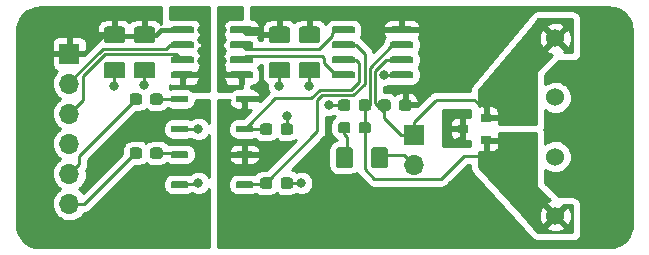
<source format=gbr>
G04 #@! TF.GenerationSoftware,KiCad,Pcbnew,(5.1.0-1220-ga833aeeac)*
G04 #@! TF.CreationDate,2019-07-18T01:02:23+03:00*
G04 #@! TF.ProjectId,proto_II_rs485,70726f74-6f5f-4494-995f-72733438352e,rev?*
G04 #@! TF.SameCoordinates,Original*
G04 #@! TF.FileFunction,Copper,L1,Top*
G04 #@! TF.FilePolarity,Positive*
%FSLAX46Y46*%
G04 Gerber Fmt 4.6, Leading zero omitted, Abs format (unit mm)*
G04 Created by KiCad (PCBNEW (5.1.0-1220-ga833aeeac)) date 2019-07-18 01:02:23*
%MOMM*%
%LPD*%
G04 APERTURE LIST*
%ADD10C,0.160000*%
%ADD11C,1.425000*%
%ADD12C,0.550000*%
%ADD13C,0.600000*%
%ADD14C,0.950000*%
%ADD15O,1.700000X1.700000*%
%ADD16R,1.700000X1.700000*%
%ADD17C,1.524000*%
%ADD18R,0.900000X0.800000*%
%ADD19C,0.800000*%
%ADD20C,0.250000*%
%ADD21C,0.400000*%
%ADD22C,0.254000*%
G04 APERTURE END LIST*
D10*
G36*
X34310671Y-47719030D02*
G01*
X34391777Y-47773223D01*
X34445970Y-47854329D01*
X34465000Y-47950000D01*
X34465000Y-48875000D01*
X34445970Y-48970671D01*
X34391777Y-49051777D01*
X34310671Y-49105970D01*
X34215000Y-49125000D01*
X32965000Y-49125000D01*
X32869329Y-49105970D01*
X32788223Y-49051777D01*
X32734030Y-48970671D01*
X32715000Y-48875000D01*
X32715000Y-47950000D01*
X32734030Y-47854329D01*
X32788223Y-47773223D01*
X32869329Y-47719030D01*
X32965000Y-47700000D01*
X34215000Y-47700000D01*
X34310671Y-47719030D01*
X34310671Y-47719030D01*
G37*
D11*
X33590000Y-48412500D03*
D10*
G36*
X34310671Y-44744030D02*
G01*
X34391777Y-44798223D01*
X34445970Y-44879329D01*
X34465000Y-44975000D01*
X34465000Y-45900000D01*
X34445970Y-45995671D01*
X34391777Y-46076777D01*
X34310671Y-46130970D01*
X34215000Y-46150000D01*
X32965000Y-46150000D01*
X32869329Y-46130970D01*
X32788223Y-46076777D01*
X32734030Y-45995671D01*
X32715000Y-45900000D01*
X32715000Y-44975000D01*
X32734030Y-44879329D01*
X32788223Y-44798223D01*
X32869329Y-44744030D01*
X32965000Y-44725000D01*
X34215000Y-44725000D01*
X34310671Y-44744030D01*
X34310671Y-44744030D01*
G37*
D11*
X33590000Y-45437500D03*
D10*
G36*
X36850671Y-47719030D02*
G01*
X36931777Y-47773223D01*
X36985970Y-47854329D01*
X37005000Y-47950000D01*
X37005000Y-48875000D01*
X36985970Y-48970671D01*
X36931777Y-49051777D01*
X36850671Y-49105970D01*
X36755000Y-49125000D01*
X35505000Y-49125000D01*
X35409329Y-49105970D01*
X35328223Y-49051777D01*
X35274030Y-48970671D01*
X35255000Y-48875000D01*
X35255000Y-47950000D01*
X35274030Y-47854329D01*
X35328223Y-47773223D01*
X35409329Y-47719030D01*
X35505000Y-47700000D01*
X36755000Y-47700000D01*
X36850671Y-47719030D01*
X36850671Y-47719030D01*
G37*
D11*
X36130000Y-48412500D03*
D10*
G36*
X36850671Y-44744030D02*
G01*
X36931777Y-44798223D01*
X36985970Y-44879329D01*
X37005000Y-44975000D01*
X37005000Y-45900000D01*
X36985970Y-45995671D01*
X36931777Y-46076777D01*
X36850671Y-46130970D01*
X36755000Y-46150000D01*
X35505000Y-46150000D01*
X35409329Y-46130970D01*
X35328223Y-46076777D01*
X35274030Y-45995671D01*
X35255000Y-45900000D01*
X35255000Y-44975000D01*
X35274030Y-44879329D01*
X35328223Y-44798223D01*
X35409329Y-44744030D01*
X35505000Y-44725000D01*
X36755000Y-44725000D01*
X36850671Y-44744030D01*
X36850671Y-44744030D01*
G37*
D11*
X36130000Y-45437500D03*
D10*
G36*
X50820671Y-47719030D02*
G01*
X50901777Y-47773223D01*
X50955970Y-47854329D01*
X50975000Y-47950000D01*
X50975000Y-48875000D01*
X50955970Y-48970671D01*
X50901777Y-49051777D01*
X50820671Y-49105970D01*
X50725000Y-49125000D01*
X49475000Y-49125000D01*
X49379329Y-49105970D01*
X49298223Y-49051777D01*
X49244030Y-48970671D01*
X49225000Y-48875000D01*
X49225000Y-47950000D01*
X49244030Y-47854329D01*
X49298223Y-47773223D01*
X49379329Y-47719030D01*
X49475000Y-47700000D01*
X50725000Y-47700000D01*
X50820671Y-47719030D01*
X50820671Y-47719030D01*
G37*
D11*
X50100000Y-48412500D03*
D10*
G36*
X50820671Y-44744030D02*
G01*
X50901777Y-44798223D01*
X50955970Y-44879329D01*
X50975000Y-44975000D01*
X50975000Y-45900000D01*
X50955970Y-45995671D01*
X50901777Y-46076777D01*
X50820671Y-46130970D01*
X50725000Y-46150000D01*
X49475000Y-46150000D01*
X49379329Y-46130970D01*
X49298223Y-46076777D01*
X49244030Y-45995671D01*
X49225000Y-45900000D01*
X49225000Y-44975000D01*
X49244030Y-44879329D01*
X49298223Y-44798223D01*
X49379329Y-44744030D01*
X49475000Y-44725000D01*
X50725000Y-44725000D01*
X50820671Y-44744030D01*
X50820671Y-44744030D01*
G37*
D11*
X50100000Y-45437500D03*
D10*
G36*
X48280671Y-47719030D02*
G01*
X48361777Y-47773223D01*
X48415970Y-47854329D01*
X48435000Y-47950000D01*
X48435000Y-48875000D01*
X48415970Y-48970671D01*
X48361777Y-49051777D01*
X48280671Y-49105970D01*
X48185000Y-49125000D01*
X46935000Y-49125000D01*
X46839329Y-49105970D01*
X46758223Y-49051777D01*
X46704030Y-48970671D01*
X46685000Y-48875000D01*
X46685000Y-47950000D01*
X46704030Y-47854329D01*
X46758223Y-47773223D01*
X46839329Y-47719030D01*
X46935000Y-47700000D01*
X48185000Y-47700000D01*
X48280671Y-47719030D01*
X48280671Y-47719030D01*
G37*
D11*
X47560000Y-48412500D03*
D10*
G36*
X48280671Y-44744030D02*
G01*
X48361777Y-44798223D01*
X48415970Y-44879329D01*
X48435000Y-44975000D01*
X48435000Y-45900000D01*
X48415970Y-45995671D01*
X48361777Y-46076777D01*
X48280671Y-46130970D01*
X48185000Y-46150000D01*
X46935000Y-46150000D01*
X46839329Y-46130970D01*
X46758223Y-46076777D01*
X46704030Y-45995671D01*
X46685000Y-45900000D01*
X46685000Y-44975000D01*
X46704030Y-44879329D01*
X46758223Y-44798223D01*
X46839329Y-44744030D01*
X46935000Y-44725000D01*
X48185000Y-44725000D01*
X48280671Y-44744030D01*
X48280671Y-44744030D01*
G37*
D11*
X47560000Y-45437500D03*
D10*
G36*
X45235119Y-55296467D02*
G01*
X45279727Y-55326273D01*
X45309533Y-55370881D01*
X45320000Y-55423500D01*
X45320000Y-55698500D01*
X45309533Y-55751119D01*
X45279727Y-55795727D01*
X45235119Y-55825533D01*
X45182500Y-55836000D01*
X44007500Y-55836000D01*
X43954881Y-55825533D01*
X43910273Y-55795727D01*
X43880467Y-55751119D01*
X43870000Y-55698500D01*
X43870000Y-55423500D01*
X43880467Y-55370881D01*
X43910273Y-55326273D01*
X43954881Y-55296467D01*
X44007500Y-55286000D01*
X45182500Y-55286000D01*
X45235119Y-55296467D01*
X45235119Y-55296467D01*
G37*
D12*
X44595000Y-55561000D03*
D10*
G36*
X45235119Y-57836467D02*
G01*
X45279727Y-57866273D01*
X45309533Y-57910881D01*
X45320000Y-57963500D01*
X45320000Y-58238500D01*
X45309533Y-58291119D01*
X45279727Y-58335727D01*
X45235119Y-58365533D01*
X45182500Y-58376000D01*
X44007500Y-58376000D01*
X43954881Y-58365533D01*
X43910273Y-58335727D01*
X43880467Y-58291119D01*
X43870000Y-58238500D01*
X43870000Y-57963500D01*
X43880467Y-57910881D01*
X43910273Y-57866273D01*
X43954881Y-57836467D01*
X44007500Y-57826000D01*
X45182500Y-57826000D01*
X45235119Y-57836467D01*
X45235119Y-57836467D01*
G37*
D12*
X44595000Y-58101000D03*
D10*
G36*
X39735119Y-57836467D02*
G01*
X39779727Y-57866273D01*
X39809533Y-57910881D01*
X39820000Y-57963500D01*
X39820000Y-58238500D01*
X39809533Y-58291119D01*
X39779727Y-58335727D01*
X39735119Y-58365533D01*
X39682500Y-58376000D01*
X38507500Y-58376000D01*
X38454881Y-58365533D01*
X38410273Y-58335727D01*
X38380467Y-58291119D01*
X38370000Y-58238500D01*
X38370000Y-57963500D01*
X38380467Y-57910881D01*
X38410273Y-57866273D01*
X38454881Y-57836467D01*
X38507500Y-57826000D01*
X39682500Y-57826000D01*
X39735119Y-57836467D01*
X39735119Y-57836467D01*
G37*
D12*
X39095000Y-58101000D03*
D10*
G36*
X39735119Y-55296467D02*
G01*
X39779727Y-55326273D01*
X39809533Y-55370881D01*
X39820000Y-55423500D01*
X39820000Y-55698500D01*
X39809533Y-55751119D01*
X39779727Y-55795727D01*
X39735119Y-55825533D01*
X39682500Y-55836000D01*
X38507500Y-55836000D01*
X38454881Y-55825533D01*
X38410273Y-55795727D01*
X38380467Y-55751119D01*
X38370000Y-55698500D01*
X38370000Y-55423500D01*
X38380467Y-55370881D01*
X38410273Y-55326273D01*
X38454881Y-55296467D01*
X38507500Y-55286000D01*
X39682500Y-55286000D01*
X39735119Y-55296467D01*
X39735119Y-55296467D01*
G37*
D12*
X39095000Y-55561000D03*
D10*
G36*
X45235119Y-50597467D02*
G01*
X45279727Y-50627273D01*
X45309533Y-50671881D01*
X45320000Y-50724500D01*
X45320000Y-50999500D01*
X45309533Y-51052119D01*
X45279727Y-51096727D01*
X45235119Y-51126533D01*
X45182500Y-51137000D01*
X44007500Y-51137000D01*
X43954881Y-51126533D01*
X43910273Y-51096727D01*
X43880467Y-51052119D01*
X43870000Y-50999500D01*
X43870000Y-50724500D01*
X43880467Y-50671881D01*
X43910273Y-50627273D01*
X43954881Y-50597467D01*
X44007500Y-50587000D01*
X45182500Y-50587000D01*
X45235119Y-50597467D01*
X45235119Y-50597467D01*
G37*
D12*
X44595000Y-50862000D03*
D10*
G36*
X45235119Y-53137467D02*
G01*
X45279727Y-53167273D01*
X45309533Y-53211881D01*
X45320000Y-53264500D01*
X45320000Y-53539500D01*
X45309533Y-53592119D01*
X45279727Y-53636727D01*
X45235119Y-53666533D01*
X45182500Y-53677000D01*
X44007500Y-53677000D01*
X43954881Y-53666533D01*
X43910273Y-53636727D01*
X43880467Y-53592119D01*
X43870000Y-53539500D01*
X43870000Y-53264500D01*
X43880467Y-53211881D01*
X43910273Y-53167273D01*
X43954881Y-53137467D01*
X44007500Y-53127000D01*
X45182500Y-53127000D01*
X45235119Y-53137467D01*
X45235119Y-53137467D01*
G37*
D12*
X44595000Y-53402000D03*
D10*
G36*
X39735119Y-53137467D02*
G01*
X39779727Y-53167273D01*
X39809533Y-53211881D01*
X39820000Y-53264500D01*
X39820000Y-53539500D01*
X39809533Y-53592119D01*
X39779727Y-53636727D01*
X39735119Y-53666533D01*
X39682500Y-53677000D01*
X38507500Y-53677000D01*
X38454881Y-53666533D01*
X38410273Y-53636727D01*
X38380467Y-53592119D01*
X38370000Y-53539500D01*
X38370000Y-53264500D01*
X38380467Y-53211881D01*
X38410273Y-53167273D01*
X38454881Y-53137467D01*
X38507500Y-53127000D01*
X39682500Y-53127000D01*
X39735119Y-53137467D01*
X39735119Y-53137467D01*
G37*
D12*
X39095000Y-53402000D03*
D10*
G36*
X39735119Y-50597467D02*
G01*
X39779727Y-50627273D01*
X39809533Y-50671881D01*
X39820000Y-50724500D01*
X39820000Y-50999500D01*
X39809533Y-51052119D01*
X39779727Y-51096727D01*
X39735119Y-51126533D01*
X39682500Y-51137000D01*
X38507500Y-51137000D01*
X38454881Y-51126533D01*
X38410273Y-51096727D01*
X38380467Y-51052119D01*
X38370000Y-50999500D01*
X38370000Y-50724500D01*
X38380467Y-50671881D01*
X38410273Y-50627273D01*
X38454881Y-50597467D01*
X38507500Y-50587000D01*
X39682500Y-50587000D01*
X39735119Y-50597467D01*
X39735119Y-50597467D01*
G37*
D12*
X39095000Y-50862000D03*
D10*
G36*
X58791403Y-44731418D02*
G01*
X58840066Y-44763934D01*
X58872582Y-44812597D01*
X58884000Y-44870000D01*
X58884000Y-45170000D01*
X58872582Y-45227403D01*
X58840066Y-45276066D01*
X58791403Y-45308582D01*
X58734000Y-45320000D01*
X57084000Y-45320000D01*
X57026597Y-45308582D01*
X56977934Y-45276066D01*
X56945418Y-45227403D01*
X56934000Y-45170000D01*
X56934000Y-44870000D01*
X56945418Y-44812597D01*
X56977934Y-44763934D01*
X57026597Y-44731418D01*
X57084000Y-44720000D01*
X58734000Y-44720000D01*
X58791403Y-44731418D01*
X58791403Y-44731418D01*
G37*
D13*
X57909000Y-45020000D03*
D10*
G36*
X58791403Y-46001418D02*
G01*
X58840066Y-46033934D01*
X58872582Y-46082597D01*
X58884000Y-46140000D01*
X58884000Y-46440000D01*
X58872582Y-46497403D01*
X58840066Y-46546066D01*
X58791403Y-46578582D01*
X58734000Y-46590000D01*
X57084000Y-46590000D01*
X57026597Y-46578582D01*
X56977934Y-46546066D01*
X56945418Y-46497403D01*
X56934000Y-46440000D01*
X56934000Y-46140000D01*
X56945418Y-46082597D01*
X56977934Y-46033934D01*
X57026597Y-46001418D01*
X57084000Y-45990000D01*
X58734000Y-45990000D01*
X58791403Y-46001418D01*
X58791403Y-46001418D01*
G37*
D13*
X57909000Y-46290000D03*
D10*
G36*
X58791403Y-47271418D02*
G01*
X58840066Y-47303934D01*
X58872582Y-47352597D01*
X58884000Y-47410000D01*
X58884000Y-47710000D01*
X58872582Y-47767403D01*
X58840066Y-47816066D01*
X58791403Y-47848582D01*
X58734000Y-47860000D01*
X57084000Y-47860000D01*
X57026597Y-47848582D01*
X56977934Y-47816066D01*
X56945418Y-47767403D01*
X56934000Y-47710000D01*
X56934000Y-47410000D01*
X56945418Y-47352597D01*
X56977934Y-47303934D01*
X57026597Y-47271418D01*
X57084000Y-47260000D01*
X58734000Y-47260000D01*
X58791403Y-47271418D01*
X58791403Y-47271418D01*
G37*
D13*
X57909000Y-47560000D03*
D10*
G36*
X58791403Y-48541418D02*
G01*
X58840066Y-48573934D01*
X58872582Y-48622597D01*
X58884000Y-48680000D01*
X58884000Y-48980000D01*
X58872582Y-49037403D01*
X58840066Y-49086066D01*
X58791403Y-49118582D01*
X58734000Y-49130000D01*
X57084000Y-49130000D01*
X57026597Y-49118582D01*
X56977934Y-49086066D01*
X56945418Y-49037403D01*
X56934000Y-48980000D01*
X56934000Y-48680000D01*
X56945418Y-48622597D01*
X56977934Y-48573934D01*
X57026597Y-48541418D01*
X57084000Y-48530000D01*
X58734000Y-48530000D01*
X58791403Y-48541418D01*
X58791403Y-48541418D01*
G37*
D13*
X57909000Y-48830000D03*
D10*
G36*
X53841403Y-48541418D02*
G01*
X53890066Y-48573934D01*
X53922582Y-48622597D01*
X53934000Y-48680000D01*
X53934000Y-48980000D01*
X53922582Y-49037403D01*
X53890066Y-49086066D01*
X53841403Y-49118582D01*
X53784000Y-49130000D01*
X52134000Y-49130000D01*
X52076597Y-49118582D01*
X52027934Y-49086066D01*
X51995418Y-49037403D01*
X51984000Y-48980000D01*
X51984000Y-48680000D01*
X51995418Y-48622597D01*
X52027934Y-48573934D01*
X52076597Y-48541418D01*
X52134000Y-48530000D01*
X53784000Y-48530000D01*
X53841403Y-48541418D01*
X53841403Y-48541418D01*
G37*
D13*
X52959000Y-48830000D03*
D10*
G36*
X53841403Y-47271418D02*
G01*
X53890066Y-47303934D01*
X53922582Y-47352597D01*
X53934000Y-47410000D01*
X53934000Y-47710000D01*
X53922582Y-47767403D01*
X53890066Y-47816066D01*
X53841403Y-47848582D01*
X53784000Y-47860000D01*
X52134000Y-47860000D01*
X52076597Y-47848582D01*
X52027934Y-47816066D01*
X51995418Y-47767403D01*
X51984000Y-47710000D01*
X51984000Y-47410000D01*
X51995418Y-47352597D01*
X52027934Y-47303934D01*
X52076597Y-47271418D01*
X52134000Y-47260000D01*
X53784000Y-47260000D01*
X53841403Y-47271418D01*
X53841403Y-47271418D01*
G37*
D13*
X52959000Y-47560000D03*
D10*
G36*
X53841403Y-46001418D02*
G01*
X53890066Y-46033934D01*
X53922582Y-46082597D01*
X53934000Y-46140000D01*
X53934000Y-46440000D01*
X53922582Y-46497403D01*
X53890066Y-46546066D01*
X53841403Y-46578582D01*
X53784000Y-46590000D01*
X52134000Y-46590000D01*
X52076597Y-46578582D01*
X52027934Y-46546066D01*
X51995418Y-46497403D01*
X51984000Y-46440000D01*
X51984000Y-46140000D01*
X51995418Y-46082597D01*
X52027934Y-46033934D01*
X52076597Y-46001418D01*
X52134000Y-45990000D01*
X53784000Y-45990000D01*
X53841403Y-46001418D01*
X53841403Y-46001418D01*
G37*
D13*
X52959000Y-46290000D03*
D10*
G36*
X53841403Y-44731418D02*
G01*
X53890066Y-44763934D01*
X53922582Y-44812597D01*
X53934000Y-44870000D01*
X53934000Y-45170000D01*
X53922582Y-45227403D01*
X53890066Y-45276066D01*
X53841403Y-45308582D01*
X53784000Y-45320000D01*
X52134000Y-45320000D01*
X52076597Y-45308582D01*
X52027934Y-45276066D01*
X51995418Y-45227403D01*
X51984000Y-45170000D01*
X51984000Y-44870000D01*
X51995418Y-44812597D01*
X52027934Y-44763934D01*
X52076597Y-44731418D01*
X52134000Y-44720000D01*
X53784000Y-44720000D01*
X53841403Y-44731418D01*
X53841403Y-44731418D01*
G37*
D13*
X52959000Y-45020000D03*
D10*
G36*
X45202403Y-44731418D02*
G01*
X45251066Y-44763934D01*
X45283582Y-44812597D01*
X45295000Y-44870000D01*
X45295000Y-45170000D01*
X45283582Y-45227403D01*
X45251066Y-45276066D01*
X45202403Y-45308582D01*
X45145000Y-45320000D01*
X43495000Y-45320000D01*
X43437597Y-45308582D01*
X43388934Y-45276066D01*
X43356418Y-45227403D01*
X43345000Y-45170000D01*
X43345000Y-44870000D01*
X43356418Y-44812597D01*
X43388934Y-44763934D01*
X43437597Y-44731418D01*
X43495000Y-44720000D01*
X45145000Y-44720000D01*
X45202403Y-44731418D01*
X45202403Y-44731418D01*
G37*
D13*
X44320000Y-45020000D03*
D10*
G36*
X45202403Y-46001418D02*
G01*
X45251066Y-46033934D01*
X45283582Y-46082597D01*
X45295000Y-46140000D01*
X45295000Y-46440000D01*
X45283582Y-46497403D01*
X45251066Y-46546066D01*
X45202403Y-46578582D01*
X45145000Y-46590000D01*
X43495000Y-46590000D01*
X43437597Y-46578582D01*
X43388934Y-46546066D01*
X43356418Y-46497403D01*
X43345000Y-46440000D01*
X43345000Y-46140000D01*
X43356418Y-46082597D01*
X43388934Y-46033934D01*
X43437597Y-46001418D01*
X43495000Y-45990000D01*
X45145000Y-45990000D01*
X45202403Y-46001418D01*
X45202403Y-46001418D01*
G37*
D13*
X44320000Y-46290000D03*
D10*
G36*
X45202403Y-47271418D02*
G01*
X45251066Y-47303934D01*
X45283582Y-47352597D01*
X45295000Y-47410000D01*
X45295000Y-47710000D01*
X45283582Y-47767403D01*
X45251066Y-47816066D01*
X45202403Y-47848582D01*
X45145000Y-47860000D01*
X43495000Y-47860000D01*
X43437597Y-47848582D01*
X43388934Y-47816066D01*
X43356418Y-47767403D01*
X43345000Y-47710000D01*
X43345000Y-47410000D01*
X43356418Y-47352597D01*
X43388934Y-47303934D01*
X43437597Y-47271418D01*
X43495000Y-47260000D01*
X45145000Y-47260000D01*
X45202403Y-47271418D01*
X45202403Y-47271418D01*
G37*
D13*
X44320000Y-47560000D03*
D10*
G36*
X45202403Y-48541418D02*
G01*
X45251066Y-48573934D01*
X45283582Y-48622597D01*
X45295000Y-48680000D01*
X45295000Y-48980000D01*
X45283582Y-49037403D01*
X45251066Y-49086066D01*
X45202403Y-49118582D01*
X45145000Y-49130000D01*
X43495000Y-49130000D01*
X43437597Y-49118582D01*
X43388934Y-49086066D01*
X43356418Y-49037403D01*
X43345000Y-48980000D01*
X43345000Y-48680000D01*
X43356418Y-48622597D01*
X43388934Y-48573934D01*
X43437597Y-48541418D01*
X43495000Y-48530000D01*
X45145000Y-48530000D01*
X45202403Y-48541418D01*
X45202403Y-48541418D01*
G37*
D13*
X44320000Y-48830000D03*
D10*
G36*
X40252403Y-48541418D02*
G01*
X40301066Y-48573934D01*
X40333582Y-48622597D01*
X40345000Y-48680000D01*
X40345000Y-48980000D01*
X40333582Y-49037403D01*
X40301066Y-49086066D01*
X40252403Y-49118582D01*
X40195000Y-49130000D01*
X38545000Y-49130000D01*
X38487597Y-49118582D01*
X38438934Y-49086066D01*
X38406418Y-49037403D01*
X38395000Y-48980000D01*
X38395000Y-48680000D01*
X38406418Y-48622597D01*
X38438934Y-48573934D01*
X38487597Y-48541418D01*
X38545000Y-48530000D01*
X40195000Y-48530000D01*
X40252403Y-48541418D01*
X40252403Y-48541418D01*
G37*
D13*
X39370000Y-48830000D03*
D10*
G36*
X40252403Y-47271418D02*
G01*
X40301066Y-47303934D01*
X40333582Y-47352597D01*
X40345000Y-47410000D01*
X40345000Y-47710000D01*
X40333582Y-47767403D01*
X40301066Y-47816066D01*
X40252403Y-47848582D01*
X40195000Y-47860000D01*
X38545000Y-47860000D01*
X38487597Y-47848582D01*
X38438934Y-47816066D01*
X38406418Y-47767403D01*
X38395000Y-47710000D01*
X38395000Y-47410000D01*
X38406418Y-47352597D01*
X38438934Y-47303934D01*
X38487597Y-47271418D01*
X38545000Y-47260000D01*
X40195000Y-47260000D01*
X40252403Y-47271418D01*
X40252403Y-47271418D01*
G37*
D13*
X39370000Y-47560000D03*
D10*
G36*
X40252403Y-46001418D02*
G01*
X40301066Y-46033934D01*
X40333582Y-46082597D01*
X40345000Y-46140000D01*
X40345000Y-46440000D01*
X40333582Y-46497403D01*
X40301066Y-46546066D01*
X40252403Y-46578582D01*
X40195000Y-46590000D01*
X38545000Y-46590000D01*
X38487597Y-46578582D01*
X38438934Y-46546066D01*
X38406418Y-46497403D01*
X38395000Y-46440000D01*
X38395000Y-46140000D01*
X38406418Y-46082597D01*
X38438934Y-46033934D01*
X38487597Y-46001418D01*
X38545000Y-45990000D01*
X40195000Y-45990000D01*
X40252403Y-46001418D01*
X40252403Y-46001418D01*
G37*
D13*
X39370000Y-46290000D03*
D10*
G36*
X40252403Y-44731418D02*
G01*
X40301066Y-44763934D01*
X40333582Y-44812597D01*
X40345000Y-44870000D01*
X40345000Y-45170000D01*
X40333582Y-45227403D01*
X40301066Y-45276066D01*
X40252403Y-45308582D01*
X40195000Y-45320000D01*
X38545000Y-45320000D01*
X38487597Y-45308582D01*
X38438934Y-45276066D01*
X38406418Y-45227403D01*
X38395000Y-45170000D01*
X38395000Y-44870000D01*
X38406418Y-44812597D01*
X38438934Y-44763934D01*
X38487597Y-44731418D01*
X38545000Y-44720000D01*
X40195000Y-44720000D01*
X40252403Y-44731418D01*
X40252403Y-44731418D01*
G37*
D13*
X39370000Y-45020000D03*
D10*
G36*
X46809387Y-57517079D02*
G01*
X46886438Y-57568562D01*
X46937921Y-57645613D01*
X46956000Y-57736500D01*
X46956000Y-58211500D01*
X46937921Y-58302387D01*
X46886438Y-58379438D01*
X46809387Y-58430921D01*
X46718500Y-58449000D01*
X46143500Y-58449000D01*
X46052613Y-58430921D01*
X45975562Y-58379438D01*
X45924079Y-58302387D01*
X45906000Y-58211500D01*
X45906000Y-57736500D01*
X45924079Y-57645613D01*
X45975562Y-57568562D01*
X46052613Y-57517079D01*
X46143500Y-57499000D01*
X46718500Y-57499000D01*
X46809387Y-57517079D01*
X46809387Y-57517079D01*
G37*
D14*
X46431000Y-57974000D03*
D10*
G36*
X48559387Y-57517079D02*
G01*
X48636438Y-57568562D01*
X48687921Y-57645613D01*
X48706000Y-57736500D01*
X48706000Y-58211500D01*
X48687921Y-58302387D01*
X48636438Y-58379438D01*
X48559387Y-58430921D01*
X48468500Y-58449000D01*
X47893500Y-58449000D01*
X47802613Y-58430921D01*
X47725562Y-58379438D01*
X47674079Y-58302387D01*
X47656000Y-58211500D01*
X47656000Y-57736500D01*
X47674079Y-57645613D01*
X47725562Y-57568562D01*
X47802613Y-57517079D01*
X47893500Y-57499000D01*
X48468500Y-57499000D01*
X48559387Y-57517079D01*
X48559387Y-57517079D01*
G37*
D14*
X48181000Y-57974000D03*
D10*
G36*
X35774387Y-54977079D02*
G01*
X35851438Y-55028562D01*
X35902921Y-55105613D01*
X35921000Y-55196500D01*
X35921000Y-55671500D01*
X35902921Y-55762387D01*
X35851438Y-55839438D01*
X35774387Y-55890921D01*
X35683500Y-55909000D01*
X35108500Y-55909000D01*
X35017613Y-55890921D01*
X34940562Y-55839438D01*
X34889079Y-55762387D01*
X34871000Y-55671500D01*
X34871000Y-55196500D01*
X34889079Y-55105613D01*
X34940562Y-55028562D01*
X35017613Y-54977079D01*
X35108500Y-54959000D01*
X35683500Y-54959000D01*
X35774387Y-54977079D01*
X35774387Y-54977079D01*
G37*
D14*
X35396000Y-55434000D03*
D10*
G36*
X37524387Y-54977079D02*
G01*
X37601438Y-55028562D01*
X37652921Y-55105613D01*
X37671000Y-55196500D01*
X37671000Y-55671500D01*
X37652921Y-55762387D01*
X37601438Y-55839438D01*
X37524387Y-55890921D01*
X37433500Y-55909000D01*
X36858500Y-55909000D01*
X36767613Y-55890921D01*
X36690562Y-55839438D01*
X36639079Y-55762387D01*
X36621000Y-55671500D01*
X36621000Y-55196500D01*
X36639079Y-55105613D01*
X36690562Y-55028562D01*
X36767613Y-54977079D01*
X36858500Y-54959000D01*
X37433500Y-54959000D01*
X37524387Y-54977079D01*
X37524387Y-54977079D01*
G37*
D14*
X37146000Y-55434000D03*
D10*
G36*
X46809387Y-52945079D02*
G01*
X46886438Y-52996562D01*
X46937921Y-53073613D01*
X46956000Y-53164500D01*
X46956000Y-53639500D01*
X46937921Y-53730387D01*
X46886438Y-53807438D01*
X46809387Y-53858921D01*
X46718500Y-53877000D01*
X46143500Y-53877000D01*
X46052613Y-53858921D01*
X45975562Y-53807438D01*
X45924079Y-53730387D01*
X45906000Y-53639500D01*
X45906000Y-53164500D01*
X45924079Y-53073613D01*
X45975562Y-52996562D01*
X46052613Y-52945079D01*
X46143500Y-52927000D01*
X46718500Y-52927000D01*
X46809387Y-52945079D01*
X46809387Y-52945079D01*
G37*
D14*
X46431000Y-53402000D03*
D10*
G36*
X48559387Y-52945079D02*
G01*
X48636438Y-52996562D01*
X48687921Y-53073613D01*
X48706000Y-53164500D01*
X48706000Y-53639500D01*
X48687921Y-53730387D01*
X48636438Y-53807438D01*
X48559387Y-53858921D01*
X48468500Y-53877000D01*
X47893500Y-53877000D01*
X47802613Y-53858921D01*
X47725562Y-53807438D01*
X47674079Y-53730387D01*
X47656000Y-53639500D01*
X47656000Y-53164500D01*
X47674079Y-53073613D01*
X47725562Y-52996562D01*
X47802613Y-52945079D01*
X47893500Y-52927000D01*
X48468500Y-52927000D01*
X48559387Y-52945079D01*
X48559387Y-52945079D01*
G37*
D14*
X48181000Y-53402000D03*
D10*
G36*
X35774387Y-50405079D02*
G01*
X35851438Y-50456562D01*
X35902921Y-50533613D01*
X35921000Y-50624500D01*
X35921000Y-51099500D01*
X35902921Y-51190387D01*
X35851438Y-51267438D01*
X35774387Y-51318921D01*
X35683500Y-51337000D01*
X35108500Y-51337000D01*
X35017613Y-51318921D01*
X34940562Y-51267438D01*
X34889079Y-51190387D01*
X34871000Y-51099500D01*
X34871000Y-50624500D01*
X34889079Y-50533613D01*
X34940562Y-50456562D01*
X35017613Y-50405079D01*
X35108500Y-50387000D01*
X35683500Y-50387000D01*
X35774387Y-50405079D01*
X35774387Y-50405079D01*
G37*
D14*
X35396000Y-50862000D03*
D10*
G36*
X37524387Y-50405079D02*
G01*
X37601438Y-50456562D01*
X37652921Y-50533613D01*
X37671000Y-50624500D01*
X37671000Y-51099500D01*
X37652921Y-51190387D01*
X37601438Y-51267438D01*
X37524387Y-51318921D01*
X37433500Y-51337000D01*
X36858500Y-51337000D01*
X36767613Y-51318921D01*
X36690562Y-51267438D01*
X36639079Y-51190387D01*
X36621000Y-51099500D01*
X36621000Y-50624500D01*
X36639079Y-50533613D01*
X36690562Y-50456562D01*
X36767613Y-50405079D01*
X36858500Y-50387000D01*
X37433500Y-50387000D01*
X37524387Y-50405079D01*
X37524387Y-50405079D01*
G37*
D14*
X37146000Y-50862000D03*
D10*
G36*
X55163387Y-50913079D02*
G01*
X55240438Y-50964562D01*
X55291921Y-51041613D01*
X55310000Y-51132500D01*
X55310000Y-51607500D01*
X55291921Y-51698387D01*
X55240438Y-51775438D01*
X55163387Y-51826921D01*
X55072500Y-51845000D01*
X54497500Y-51845000D01*
X54406613Y-51826921D01*
X54329562Y-51775438D01*
X54278079Y-51698387D01*
X54260000Y-51607500D01*
X54260000Y-51132500D01*
X54278079Y-51041613D01*
X54329562Y-50964562D01*
X54406613Y-50913079D01*
X54497500Y-50895000D01*
X55072500Y-50895000D01*
X55163387Y-50913079D01*
X55163387Y-50913079D01*
G37*
D14*
X54785000Y-51370000D03*
D10*
G36*
X53413387Y-50913079D02*
G01*
X53490438Y-50964562D01*
X53541921Y-51041613D01*
X53560000Y-51132500D01*
X53560000Y-51607500D01*
X53541921Y-51698387D01*
X53490438Y-51775438D01*
X53413387Y-51826921D01*
X53322500Y-51845000D01*
X52747500Y-51845000D01*
X52656613Y-51826921D01*
X52579562Y-51775438D01*
X52528079Y-51698387D01*
X52510000Y-51607500D01*
X52510000Y-51132500D01*
X52528079Y-51041613D01*
X52579562Y-50964562D01*
X52656613Y-50913079D01*
X52747500Y-50895000D01*
X53322500Y-50895000D01*
X53413387Y-50913079D01*
X53413387Y-50913079D01*
G37*
D14*
X53035000Y-51370000D03*
D10*
G36*
X55163387Y-52818079D02*
G01*
X55240438Y-52869562D01*
X55291921Y-52946613D01*
X55310000Y-53037500D01*
X55310000Y-53512500D01*
X55291921Y-53603387D01*
X55240438Y-53680438D01*
X55163387Y-53731921D01*
X55072500Y-53750000D01*
X54497500Y-53750000D01*
X54406613Y-53731921D01*
X54329562Y-53680438D01*
X54278079Y-53603387D01*
X54260000Y-53512500D01*
X54260000Y-53037500D01*
X54278079Y-52946613D01*
X54329562Y-52869562D01*
X54406613Y-52818079D01*
X54497500Y-52800000D01*
X55072500Y-52800000D01*
X55163387Y-52818079D01*
X55163387Y-52818079D01*
G37*
D14*
X54785000Y-53275000D03*
D10*
G36*
X53413387Y-52818079D02*
G01*
X53490438Y-52869562D01*
X53541921Y-52946613D01*
X53560000Y-53037500D01*
X53560000Y-53512500D01*
X53541921Y-53603387D01*
X53490438Y-53680438D01*
X53413387Y-53731921D01*
X53322500Y-53750000D01*
X52747500Y-53750000D01*
X52656613Y-53731921D01*
X52579562Y-53680438D01*
X52528079Y-53603387D01*
X52510000Y-53512500D01*
X52510000Y-53037500D01*
X52528079Y-52946613D01*
X52579562Y-52869562D01*
X52656613Y-52818079D01*
X52747500Y-52800000D01*
X53322500Y-52800000D01*
X53413387Y-52818079D01*
X53413387Y-52818079D01*
G37*
D14*
X53035000Y-53275000D03*
D10*
G36*
X58578387Y-50913079D02*
G01*
X58655438Y-50964562D01*
X58706921Y-51041613D01*
X58725000Y-51132500D01*
X58725000Y-51607500D01*
X58706921Y-51698387D01*
X58655438Y-51775438D01*
X58578387Y-51826921D01*
X58487500Y-51845000D01*
X57912500Y-51845000D01*
X57821613Y-51826921D01*
X57744562Y-51775438D01*
X57693079Y-51698387D01*
X57675000Y-51607500D01*
X57675000Y-51132500D01*
X57693079Y-51041613D01*
X57744562Y-50964562D01*
X57821613Y-50913079D01*
X57912500Y-50895000D01*
X58487500Y-50895000D01*
X58578387Y-50913079D01*
X58578387Y-50913079D01*
G37*
D14*
X58200000Y-51370000D03*
D10*
G36*
X56828387Y-50913079D02*
G01*
X56905438Y-50964562D01*
X56956921Y-51041613D01*
X56975000Y-51132500D01*
X56975000Y-51607500D01*
X56956921Y-51698387D01*
X56905438Y-51775438D01*
X56828387Y-51826921D01*
X56737500Y-51845000D01*
X56162500Y-51845000D01*
X56071613Y-51826921D01*
X55994562Y-51775438D01*
X55943079Y-51698387D01*
X55925000Y-51607500D01*
X55925000Y-51132500D01*
X55943079Y-51041613D01*
X55994562Y-50964562D01*
X56071613Y-50913079D01*
X56162500Y-50895000D01*
X56737500Y-50895000D01*
X56828387Y-50913079D01*
X56828387Y-50913079D01*
G37*
D14*
X56450000Y-51370000D03*
D15*
X58990000Y-56450000D03*
D16*
X58990000Y-53910000D03*
D17*
X70904998Y-45739999D03*
X70904998Y-50739999D03*
D15*
X29780000Y-59752000D03*
X29780000Y-57212000D03*
X29780000Y-54672000D03*
X29780000Y-52132000D03*
X29780000Y-49592000D03*
D16*
X29780000Y-47052000D03*
D17*
X70904998Y-55740000D03*
X70904998Y-60740000D03*
D18*
X63070000Y-53402000D03*
X65070000Y-52452000D03*
X65070000Y-54352000D03*
D10*
G36*
X56590671Y-54959030D02*
G01*
X56671777Y-55013223D01*
X56725970Y-55094329D01*
X56745000Y-55190000D01*
X56745000Y-56440000D01*
X56725970Y-56535671D01*
X56671777Y-56616777D01*
X56590671Y-56670970D01*
X56495000Y-56690000D01*
X55570000Y-56690000D01*
X55474329Y-56670970D01*
X55393223Y-56616777D01*
X55339030Y-56535671D01*
X55320000Y-56440000D01*
X55320000Y-55190000D01*
X55339030Y-55094329D01*
X55393223Y-55013223D01*
X55474329Y-54959030D01*
X55570000Y-54940000D01*
X56495000Y-54940000D01*
X56590671Y-54959030D01*
X56590671Y-54959030D01*
G37*
D11*
X56032500Y-55815000D03*
D10*
G36*
X53615671Y-54959030D02*
G01*
X53696777Y-55013223D01*
X53750970Y-55094329D01*
X53770000Y-55190000D01*
X53770000Y-56440000D01*
X53750970Y-56535671D01*
X53696777Y-56616777D01*
X53615671Y-56670970D01*
X53520000Y-56690000D01*
X52595000Y-56690000D01*
X52499329Y-56670970D01*
X52418223Y-56616777D01*
X52364030Y-56535671D01*
X52345000Y-56440000D01*
X52345000Y-55190000D01*
X52364030Y-55094329D01*
X52418223Y-55013223D01*
X52499329Y-54959030D01*
X52595000Y-54940000D01*
X53520000Y-54940000D01*
X53615671Y-54959030D01*
X53615671Y-54959030D01*
G37*
D11*
X53057500Y-55815000D03*
D19*
X50100000Y-49782498D03*
X51751000Y-51370004D03*
X49401492Y-57974000D03*
X48195000Y-52322500D03*
X56386500Y-48830006D03*
X33590000Y-49782500D03*
X47560000Y-49782504D03*
X36130000Y-49719000D03*
X62800000Y-52132000D03*
X62800000Y-54545000D03*
X61784000Y-54291000D03*
X61784000Y-53402000D03*
X61784000Y-52513000D03*
X40702000Y-57974000D03*
X40702000Y-53402000D03*
X41019500Y-49465000D03*
X41019500Y-48576000D03*
X41019500Y-47687000D03*
X41019500Y-46798000D03*
X41019500Y-45909000D03*
X41019500Y-45020000D03*
X42670500Y-49465000D03*
X42670500Y-48576000D03*
X42670500Y-47687000D03*
X42670500Y-46798000D03*
X42670500Y-45909000D03*
X42670500Y-45020000D03*
D20*
X50773010Y-53617990D02*
X46417000Y-57974000D01*
X50962525Y-50119979D02*
X50257502Y-50825002D01*
X50257502Y-50825002D02*
X47171998Y-50825002D01*
X47171998Y-50825002D02*
X44940710Y-53056290D01*
X54034000Y-47560000D02*
X54311465Y-47837465D01*
X54311465Y-47837465D02*
X54311465Y-49444535D01*
X50773010Y-50945905D02*
X50773010Y-53617990D01*
X50100000Y-48412500D02*
X50100000Y-49782498D01*
X54761476Y-47017476D02*
X54761476Y-49630935D01*
X52959000Y-46290000D02*
X54034000Y-46290000D01*
X53822421Y-50569990D02*
X51148925Y-50569990D01*
X53636021Y-50119979D02*
X50962525Y-50119979D01*
X54034000Y-46290000D02*
X54761476Y-47017476D01*
X44940710Y-53056290D02*
X44595000Y-53402000D01*
X54761476Y-49630935D02*
X53822421Y-50569990D01*
X51148925Y-50569990D02*
X50773010Y-50945905D01*
X54311465Y-49444535D02*
X53636021Y-50119979D01*
X52959000Y-47560000D02*
X54034000Y-47560000D01*
X53035000Y-51370000D02*
X51751004Y-51370000D01*
X51751004Y-51370000D02*
X51751000Y-51370004D01*
X48181000Y-57974000D02*
X49401492Y-57974000D01*
X48181000Y-52336500D02*
X48195000Y-52322500D01*
X48181000Y-53402000D02*
X48181000Y-52336500D01*
X57026573Y-46417000D02*
X57974000Y-46417000D01*
X56583496Y-47560000D02*
X55661498Y-48481998D01*
X57847000Y-47560000D02*
X56583496Y-47560000D01*
X55661498Y-51216498D02*
X56450000Y-52005000D01*
X55211487Y-48232086D02*
X57026573Y-46417000D01*
X55661498Y-48481998D02*
X55661498Y-51216498D01*
X54785000Y-51765000D02*
X55211487Y-51338513D01*
X56386506Y-48830000D02*
X56386500Y-48830006D01*
X57909000Y-48830000D02*
X56386506Y-48830000D01*
X55211487Y-51338513D02*
X55211487Y-48232086D01*
X33590000Y-48412500D02*
X33590000Y-49782500D01*
X47560000Y-48412500D02*
X47560000Y-49782504D01*
X64070000Y-50925500D02*
X64451000Y-51306500D01*
X63493500Y-50925500D02*
X64070000Y-50925500D01*
X60895000Y-50925500D02*
X60768000Y-51052500D01*
X63493500Y-50925500D02*
X60895000Y-50925500D01*
X60768000Y-51052500D02*
X60747500Y-51052500D01*
X65070000Y-52452000D02*
X65020000Y-52452000D01*
X60747500Y-51052500D02*
X58990000Y-52810000D01*
X58990000Y-52810000D02*
X58990000Y-53910000D01*
X30629999Y-56362001D02*
X30629999Y-55727001D01*
X29780000Y-57212000D02*
X30629999Y-56362001D01*
X30629999Y-55727001D02*
X35368000Y-50989000D01*
X36130000Y-48412500D02*
X36130000Y-49719000D01*
X61243999Y-57625001D02*
X63181000Y-55688000D01*
X63181000Y-55688000D02*
X64451000Y-55688000D01*
X54785000Y-53275000D02*
X54785000Y-56817000D01*
X55593001Y-57625001D02*
X61243999Y-57625001D01*
X54785000Y-56817000D02*
X55593001Y-57625001D01*
X64451000Y-55688000D02*
X64578000Y-55561000D01*
X46431000Y-53402000D02*
X44766000Y-53402000D01*
X47422710Y-45390710D02*
X47433000Y-45401000D01*
X44320000Y-45020000D02*
X44690710Y-45390710D01*
X44690710Y-45390710D02*
X47422710Y-45390710D01*
X51370000Y-47814000D02*
X52386000Y-48830000D01*
X44320000Y-47560000D02*
X44690710Y-47189290D01*
X51370000Y-47433000D02*
X51370000Y-47814000D01*
X52386000Y-48830000D02*
X53021000Y-48830000D01*
X51126290Y-47189290D02*
X51370000Y-47433000D01*
X44690710Y-47189290D02*
X51126290Y-47189290D01*
X52005000Y-45274000D02*
X52259000Y-45020000D01*
X52259000Y-45020000D02*
X52894000Y-45020000D01*
X52005000Y-45528000D02*
X52005000Y-45274000D01*
X50872290Y-46660710D02*
X52005000Y-45528000D01*
X44320000Y-46290000D02*
X44690710Y-46660710D01*
X44690710Y-46660710D02*
X50872290Y-46660710D01*
X37983011Y-46601989D02*
X32641600Y-46601989D01*
X32641600Y-46601989D02*
X29780000Y-49463589D01*
X39370000Y-46290000D02*
X38295000Y-46290000D01*
X29780000Y-49463589D02*
X29780000Y-49719000D01*
X38295000Y-46290000D02*
X37983011Y-46601989D01*
X29780000Y-52132000D02*
X30955001Y-50956999D01*
X30955001Y-50956999D02*
X30955001Y-48924999D01*
X30955001Y-48924999D02*
X32828000Y-47052000D01*
X32828000Y-47052000D02*
X38797000Y-47052000D01*
X38797000Y-47052000D02*
X39305000Y-47560000D01*
X40575000Y-58101000D02*
X40702000Y-57974000D01*
X39095000Y-58101000D02*
X40575000Y-58101000D01*
X39095000Y-53402000D02*
X40702000Y-53402000D01*
D21*
X37522500Y-45020000D02*
X39178000Y-45020000D01*
X36130000Y-45437500D02*
X37105000Y-45437500D01*
X37105000Y-45437500D02*
X37522500Y-45020000D01*
X33717000Y-45528000D02*
X36257000Y-45528000D01*
X32554000Y-45528000D02*
X33717000Y-45528000D01*
X29780000Y-47052000D02*
X31030000Y-47052000D01*
X31030000Y-47052000D02*
X32554000Y-45528000D01*
D20*
X54785000Y-51765000D02*
X54785000Y-53261000D01*
X54785000Y-51370000D02*
X54785000Y-51765000D01*
X56450000Y-51370000D02*
X56450000Y-52005000D01*
X56450000Y-52005000D02*
X56450000Y-52470000D01*
X56410999Y-55600001D02*
X56196000Y-55815000D01*
X58990000Y-56450000D02*
X58140001Y-55600001D01*
X58140001Y-55600001D02*
X56410999Y-55600001D01*
X57890000Y-53910000D02*
X58990000Y-53910000D01*
X56450000Y-52470000D02*
X57890000Y-53910000D01*
X54785000Y-53261000D02*
X54799000Y-53275000D01*
X53275000Y-55688000D02*
X53402000Y-55688000D01*
X53275000Y-55815000D02*
X53275000Y-55688000D01*
X53275000Y-54840000D02*
X53275000Y-55815000D01*
X53035000Y-53850000D02*
X53275000Y-54090000D01*
X53035000Y-53275000D02*
X53035000Y-53850000D01*
X53275000Y-54090000D02*
X53275000Y-54840000D01*
X46163000Y-58101000D02*
X46290000Y-57974000D01*
X44595000Y-58101000D02*
X46163000Y-58101000D01*
X37146000Y-50862000D02*
X39178000Y-50862000D01*
X38924000Y-55434000D02*
X39051000Y-55561000D01*
X37146000Y-55434000D02*
X38924000Y-55434000D01*
X31050000Y-59752000D02*
X35368000Y-55434000D01*
X29780000Y-59752000D02*
X31050000Y-59752000D01*
D22*
G36*
X63689000Y-52387003D02*
G01*
X63542053Y-52361092D01*
X63520000Y-52359163D01*
X63324000Y-52359163D01*
X63255339Y-52379324D01*
X63208477Y-52433405D01*
X63197000Y-52486163D01*
X63197000Y-54317837D01*
X63217161Y-54386498D01*
X63271242Y-54433360D01*
X63324000Y-54444837D01*
X63520000Y-54444837D01*
X63552870Y-54440510D01*
X63689000Y-54404034D01*
X63689000Y-54862500D01*
X61403000Y-54862500D01*
X61403000Y-53656000D01*
X61977163Y-53656000D01*
X61977163Y-53802000D01*
X61981490Y-53834870D01*
X62050599Y-54092789D01*
X62075984Y-54141553D01*
X62191138Y-54278788D01*
X62224926Y-54307139D01*
X62380073Y-54396713D01*
X62421520Y-54411799D01*
X62597947Y-54442908D01*
X62620000Y-54444837D01*
X62816000Y-54444837D01*
X62884661Y-54424676D01*
X62931523Y-54370595D01*
X62943000Y-54317837D01*
X62943000Y-53656000D01*
X62922839Y-53587339D01*
X62868758Y-53540477D01*
X62816000Y-53529000D01*
X62104163Y-53529000D01*
X62035502Y-53549161D01*
X61988640Y-53603242D01*
X61977163Y-53656000D01*
X61403000Y-53656000D01*
X61403000Y-53002000D01*
X61977163Y-53002000D01*
X61977163Y-53148000D01*
X61997324Y-53216661D01*
X62051405Y-53263523D01*
X62104163Y-53275000D01*
X62816000Y-53275000D01*
X62884661Y-53254839D01*
X62931523Y-53200758D01*
X62943000Y-53148000D01*
X62943000Y-52486163D01*
X62922839Y-52417502D01*
X62868758Y-52370640D01*
X62816000Y-52359163D01*
X62620000Y-52359163D01*
X62587130Y-52363490D01*
X62329212Y-52432599D01*
X62280448Y-52457984D01*
X62143212Y-52573138D01*
X62114861Y-52606926D01*
X62025287Y-52762073D01*
X62010201Y-52803520D01*
X61979092Y-52979947D01*
X61977163Y-53002000D01*
X61403000Y-53002000D01*
X61403000Y-51814500D01*
X63689000Y-51814500D01*
X63689000Y-52387003D01*
X63689000Y-52387003D01*
G37*
X63689000Y-52387003D02*
X63542053Y-52361092D01*
X63520000Y-52359163D01*
X63324000Y-52359163D01*
X63255339Y-52379324D01*
X63208477Y-52433405D01*
X63197000Y-52486163D01*
X63197000Y-54317837D01*
X63217161Y-54386498D01*
X63271242Y-54433360D01*
X63324000Y-54444837D01*
X63520000Y-54444837D01*
X63552870Y-54440510D01*
X63689000Y-54404034D01*
X63689000Y-54862500D01*
X61403000Y-54862500D01*
X61403000Y-53656000D01*
X61977163Y-53656000D01*
X61977163Y-53802000D01*
X61981490Y-53834870D01*
X62050599Y-54092789D01*
X62075984Y-54141553D01*
X62191138Y-54278788D01*
X62224926Y-54307139D01*
X62380073Y-54396713D01*
X62421520Y-54411799D01*
X62597947Y-54442908D01*
X62620000Y-54444837D01*
X62816000Y-54444837D01*
X62884661Y-54424676D01*
X62931523Y-54370595D01*
X62943000Y-54317837D01*
X62943000Y-53656000D01*
X62922839Y-53587339D01*
X62868758Y-53540477D01*
X62816000Y-53529000D01*
X62104163Y-53529000D01*
X62035502Y-53549161D01*
X61988640Y-53603242D01*
X61977163Y-53656000D01*
X61403000Y-53656000D01*
X61403000Y-53002000D01*
X61977163Y-53002000D01*
X61977163Y-53148000D01*
X61997324Y-53216661D01*
X62051405Y-53263523D01*
X62104163Y-53275000D01*
X62816000Y-53275000D01*
X62884661Y-53254839D01*
X62931523Y-53200758D01*
X62943000Y-53148000D01*
X62943000Y-52486163D01*
X62922839Y-52417502D01*
X62868758Y-52370640D01*
X62816000Y-52359163D01*
X62620000Y-52359163D01*
X62587130Y-52363490D01*
X62329212Y-52432599D01*
X62280448Y-52457984D01*
X62143212Y-52573138D01*
X62114861Y-52606926D01*
X62025287Y-52762073D01*
X62010201Y-52803520D01*
X61979092Y-52979947D01*
X61977163Y-53002000D01*
X61403000Y-53002000D01*
X61403000Y-51814500D01*
X63689000Y-51814500D01*
X63689000Y-52387003D01*
G36*
X72325000Y-46925000D02*
G01*
X71650847Y-46925000D01*
X71680875Y-46903184D01*
X71724573Y-46846516D01*
X71730698Y-46775218D01*
X71696030Y-46710635D01*
X70994801Y-46009406D01*
X70931994Y-45975111D01*
X70860616Y-45980216D01*
X70815195Y-46009406D01*
X70114337Y-46710264D01*
X70080042Y-46773071D01*
X70085147Y-46844449D01*
X70130571Y-46903588D01*
X70188089Y-46944464D01*
X70207584Y-46955856D01*
X70412712Y-47052382D01*
X70433916Y-47060142D01*
X70652896Y-47118817D01*
X70675138Y-47122699D01*
X70677497Y-47122897D01*
X69314197Y-48486197D01*
X69277000Y-48576000D01*
X69277000Y-53021000D01*
X66134997Y-53021000D01*
X66160908Y-52874053D01*
X66162837Y-52852000D01*
X66162837Y-52706000D01*
X66142676Y-52637339D01*
X66088595Y-52590477D01*
X66035837Y-52579000D01*
X64943000Y-52579000D01*
X64943000Y-51536163D01*
X65197000Y-51536163D01*
X65197000Y-52198000D01*
X65217161Y-52266661D01*
X65271242Y-52313523D01*
X65324000Y-52325000D01*
X66035837Y-52325000D01*
X66104498Y-52304839D01*
X66151360Y-52250758D01*
X66162837Y-52198000D01*
X66162837Y-52052000D01*
X66158510Y-52019130D01*
X66089401Y-51761212D01*
X66064016Y-51712448D01*
X65948862Y-51575212D01*
X65915074Y-51546861D01*
X65759927Y-51457287D01*
X65718480Y-51442201D01*
X65542053Y-51411092D01*
X65520000Y-51409163D01*
X65324000Y-51409163D01*
X65255339Y-51429324D01*
X65208477Y-51483405D01*
X65197000Y-51536163D01*
X64943000Y-51536163D01*
X64922839Y-51467502D01*
X64868758Y-51420640D01*
X64816000Y-51409163D01*
X64620000Y-51409163D01*
X64587130Y-51413490D01*
X64451000Y-51449966D01*
X64451000Y-50145980D01*
X68143821Y-45714594D01*
X69503553Y-45714594D01*
X69517788Y-45940851D01*
X69521203Y-45963170D01*
X69575279Y-46183330D01*
X69582593Y-46204693D01*
X69674802Y-46411797D01*
X69685782Y-46431525D01*
X69740334Y-46511797D01*
X69795602Y-46557254D01*
X69866672Y-46565614D01*
X69935177Y-46530216D01*
X70635591Y-45829802D01*
X70669886Y-45766995D01*
X70666025Y-45713003D01*
X71140110Y-45713003D01*
X71145215Y-45784381D01*
X71174405Y-45829802D01*
X71874746Y-46530143D01*
X71937553Y-46564438D01*
X72008931Y-46559333D01*
X72070330Y-46510621D01*
X72131388Y-46418721D01*
X72142162Y-46398878D01*
X72232197Y-46190819D01*
X72239287Y-46169382D01*
X72291055Y-45948668D01*
X72294366Y-45922991D01*
X72302039Y-45629971D01*
X72300076Y-45604157D01*
X72259930Y-45381036D01*
X72253972Y-45359257D01*
X72174949Y-45146771D01*
X72165228Y-45126392D01*
X72075018Y-44973855D01*
X72022714Y-44925018D01*
X71952309Y-44912211D01*
X71875901Y-44948700D01*
X71174405Y-45650196D01*
X71140110Y-45713003D01*
X70666025Y-45713003D01*
X70664781Y-45695617D01*
X70635591Y-45650196D01*
X69933326Y-44947931D01*
X69870519Y-44913636D01*
X69799141Y-44918741D01*
X69742362Y-44960952D01*
X69723644Y-44985613D01*
X69711647Y-45004738D01*
X69608725Y-45206733D01*
X69600303Y-45227683D01*
X69534779Y-45444711D01*
X69530201Y-45466821D01*
X69504144Y-45692023D01*
X69503553Y-45714594D01*
X68143821Y-45714594D01*
X68991277Y-44697647D01*
X70078692Y-44697647D01*
X70114698Y-44770095D01*
X70815195Y-45470592D01*
X70878002Y-45504887D01*
X70949380Y-45499782D01*
X70994801Y-45470592D01*
X71698236Y-44767157D01*
X71732531Y-44704350D01*
X71727426Y-44632972D01*
X71669616Y-44566063D01*
X71478718Y-44461116D01*
X71458043Y-44452040D01*
X71243180Y-44379731D01*
X71221225Y-44374460D01*
X70996953Y-44341342D01*
X70974411Y-44340043D01*
X70747819Y-44347164D01*
X70725403Y-44349876D01*
X70503652Y-44397011D01*
X70482071Y-44403650D01*
X70272173Y-44489308D01*
X70252110Y-44499664D01*
X70136452Y-44573062D01*
X70089281Y-44626875D01*
X70078692Y-44697647D01*
X68991277Y-44697647D01*
X69463483Y-44131000D01*
X72325000Y-44131000D01*
X72325000Y-46925000D01*
X72325000Y-46925000D01*
G37*
X72325000Y-46925000D02*
X71650847Y-46925000D01*
X71680875Y-46903184D01*
X71724573Y-46846516D01*
X71730698Y-46775218D01*
X71696030Y-46710635D01*
X70994801Y-46009406D01*
X70931994Y-45975111D01*
X70860616Y-45980216D01*
X70815195Y-46009406D01*
X70114337Y-46710264D01*
X70080042Y-46773071D01*
X70085147Y-46844449D01*
X70130571Y-46903588D01*
X70188089Y-46944464D01*
X70207584Y-46955856D01*
X70412712Y-47052382D01*
X70433916Y-47060142D01*
X70652896Y-47118817D01*
X70675138Y-47122699D01*
X70677497Y-47122897D01*
X69314197Y-48486197D01*
X69277000Y-48576000D01*
X69277000Y-53021000D01*
X66134997Y-53021000D01*
X66160908Y-52874053D01*
X66162837Y-52852000D01*
X66162837Y-52706000D01*
X66142676Y-52637339D01*
X66088595Y-52590477D01*
X66035837Y-52579000D01*
X64943000Y-52579000D01*
X64943000Y-51536163D01*
X65197000Y-51536163D01*
X65197000Y-52198000D01*
X65217161Y-52266661D01*
X65271242Y-52313523D01*
X65324000Y-52325000D01*
X66035837Y-52325000D01*
X66104498Y-52304839D01*
X66151360Y-52250758D01*
X66162837Y-52198000D01*
X66162837Y-52052000D01*
X66158510Y-52019130D01*
X66089401Y-51761212D01*
X66064016Y-51712448D01*
X65948862Y-51575212D01*
X65915074Y-51546861D01*
X65759927Y-51457287D01*
X65718480Y-51442201D01*
X65542053Y-51411092D01*
X65520000Y-51409163D01*
X65324000Y-51409163D01*
X65255339Y-51429324D01*
X65208477Y-51483405D01*
X65197000Y-51536163D01*
X64943000Y-51536163D01*
X64922839Y-51467502D01*
X64868758Y-51420640D01*
X64816000Y-51409163D01*
X64620000Y-51409163D01*
X64587130Y-51413490D01*
X64451000Y-51449966D01*
X64451000Y-50145980D01*
X68143821Y-45714594D01*
X69503553Y-45714594D01*
X69517788Y-45940851D01*
X69521203Y-45963170D01*
X69575279Y-46183330D01*
X69582593Y-46204693D01*
X69674802Y-46411797D01*
X69685782Y-46431525D01*
X69740334Y-46511797D01*
X69795602Y-46557254D01*
X69866672Y-46565614D01*
X69935177Y-46530216D01*
X70635591Y-45829802D01*
X70669886Y-45766995D01*
X70666025Y-45713003D01*
X71140110Y-45713003D01*
X71145215Y-45784381D01*
X71174405Y-45829802D01*
X71874746Y-46530143D01*
X71937553Y-46564438D01*
X72008931Y-46559333D01*
X72070330Y-46510621D01*
X72131388Y-46418721D01*
X72142162Y-46398878D01*
X72232197Y-46190819D01*
X72239287Y-46169382D01*
X72291055Y-45948668D01*
X72294366Y-45922991D01*
X72302039Y-45629971D01*
X72300076Y-45604157D01*
X72259930Y-45381036D01*
X72253972Y-45359257D01*
X72174949Y-45146771D01*
X72165228Y-45126392D01*
X72075018Y-44973855D01*
X72022714Y-44925018D01*
X71952309Y-44912211D01*
X71875901Y-44948700D01*
X71174405Y-45650196D01*
X71140110Y-45713003D01*
X70666025Y-45713003D01*
X70664781Y-45695617D01*
X70635591Y-45650196D01*
X69933326Y-44947931D01*
X69870519Y-44913636D01*
X69799141Y-44918741D01*
X69742362Y-44960952D01*
X69723644Y-44985613D01*
X69711647Y-45004738D01*
X69608725Y-45206733D01*
X69600303Y-45227683D01*
X69534779Y-45444711D01*
X69530201Y-45466821D01*
X69504144Y-45692023D01*
X69503553Y-45714594D01*
X68143821Y-45714594D01*
X68991277Y-44697647D01*
X70078692Y-44697647D01*
X70114698Y-44770095D01*
X70815195Y-45470592D01*
X70878002Y-45504887D01*
X70949380Y-45499782D01*
X70994801Y-45470592D01*
X71698236Y-44767157D01*
X71732531Y-44704350D01*
X71727426Y-44632972D01*
X71669616Y-44566063D01*
X71478718Y-44461116D01*
X71458043Y-44452040D01*
X71243180Y-44379731D01*
X71221225Y-44374460D01*
X70996953Y-44341342D01*
X70974411Y-44340043D01*
X70747819Y-44347164D01*
X70725403Y-44349876D01*
X70503652Y-44397011D01*
X70482071Y-44403650D01*
X70272173Y-44489308D01*
X70252110Y-44499664D01*
X70136452Y-44573062D01*
X70089281Y-44626875D01*
X70078692Y-44697647D01*
X68991277Y-44697647D01*
X69463483Y-44131000D01*
X72325000Y-44131000D01*
X72325000Y-46925000D01*
G36*
X69277000Y-58228000D02*
G01*
X69314197Y-58317803D01*
X70423818Y-59427424D01*
X70272173Y-59489309D01*
X70252110Y-59499665D01*
X70136452Y-59573063D01*
X70089281Y-59626876D01*
X70078692Y-59697648D01*
X70114698Y-59770096D01*
X70815195Y-60470593D01*
X70878002Y-60504888D01*
X70949380Y-60499783D01*
X70994801Y-60470593D01*
X71651703Y-59813691D01*
X71679815Y-59841803D01*
X71769618Y-59879000D01*
X72325000Y-59879000D01*
X72325000Y-62165000D01*
X69460180Y-62165000D01*
X69103882Y-61773072D01*
X70080042Y-61773072D01*
X70085147Y-61844450D01*
X70130571Y-61903589D01*
X70188089Y-61944465D01*
X70207584Y-61955857D01*
X70412712Y-62052383D01*
X70433916Y-62060143D01*
X70652896Y-62118818D01*
X70675138Y-62122700D01*
X70901047Y-62141671D01*
X70923627Y-62141552D01*
X71149325Y-62120217D01*
X71171526Y-62116103D01*
X71389878Y-62055138D01*
X71410999Y-62047156D01*
X71615105Y-61948487D01*
X71634479Y-61936893D01*
X71680875Y-61903185D01*
X71724573Y-61846517D01*
X71730698Y-61775219D01*
X71696030Y-61710636D01*
X70994801Y-61009407D01*
X70931994Y-60975112D01*
X70860616Y-60980217D01*
X70815195Y-61009407D01*
X70114337Y-61710265D01*
X70080042Y-61773072D01*
X69103882Y-61773072D01*
X68141630Y-60714595D01*
X69503553Y-60714595D01*
X69517788Y-60940852D01*
X69521203Y-60963171D01*
X69575279Y-61183331D01*
X69582593Y-61204694D01*
X69674802Y-61411798D01*
X69685782Y-61431526D01*
X69740334Y-61511798D01*
X69795602Y-61557255D01*
X69866672Y-61565615D01*
X69935177Y-61530217D01*
X70635591Y-60829803D01*
X70669886Y-60766996D01*
X70666025Y-60713004D01*
X71140110Y-60713004D01*
X71145215Y-60784382D01*
X71174405Y-60829803D01*
X71874746Y-61530144D01*
X71937553Y-61564439D01*
X72008931Y-61559334D01*
X72070330Y-61510622D01*
X72131388Y-61418722D01*
X72142162Y-61398879D01*
X72232197Y-61190820D01*
X72239287Y-61169383D01*
X72291055Y-60948669D01*
X72294366Y-60922992D01*
X72302039Y-60629972D01*
X72300076Y-60604158D01*
X72259930Y-60381037D01*
X72253972Y-60359258D01*
X72174949Y-60146772D01*
X72165228Y-60126393D01*
X72075018Y-59973856D01*
X72022714Y-59925019D01*
X71952309Y-59912212D01*
X71875901Y-59948701D01*
X71174405Y-60650197D01*
X71140110Y-60713004D01*
X70666025Y-60713004D01*
X70664781Y-60695618D01*
X70635591Y-60650197D01*
X69933326Y-59947932D01*
X69870519Y-59913637D01*
X69799141Y-59918742D01*
X69742362Y-59960953D01*
X69723644Y-59985614D01*
X69711647Y-60004739D01*
X69608725Y-60206734D01*
X69600303Y-60227684D01*
X69534779Y-60444712D01*
X69530201Y-60466822D01*
X69504144Y-60692024D01*
X69503553Y-60714595D01*
X68141630Y-60714595D01*
X64451000Y-56654902D01*
X64451000Y-55366997D01*
X64597947Y-55392908D01*
X64620000Y-55394837D01*
X64816000Y-55394837D01*
X64884661Y-55374676D01*
X64931523Y-55320595D01*
X64943000Y-55267837D01*
X64943000Y-54606000D01*
X65197000Y-54606000D01*
X65197000Y-55267837D01*
X65217161Y-55336498D01*
X65271242Y-55383360D01*
X65324000Y-55394837D01*
X65520000Y-55394837D01*
X65552870Y-55390510D01*
X65810789Y-55321401D01*
X65859553Y-55296016D01*
X65996788Y-55180862D01*
X66025139Y-55147074D01*
X66114713Y-54991927D01*
X66129799Y-54950480D01*
X66160908Y-54774053D01*
X66162837Y-54752000D01*
X66162837Y-54606000D01*
X66142676Y-54537339D01*
X66088595Y-54490477D01*
X66035837Y-54479000D01*
X65324000Y-54479000D01*
X65255339Y-54499161D01*
X65208477Y-54553242D01*
X65197000Y-54606000D01*
X64943000Y-54606000D01*
X64943000Y-54225000D01*
X66035837Y-54225000D01*
X66104498Y-54204839D01*
X66151360Y-54150758D01*
X66162837Y-54098000D01*
X66162837Y-53952000D01*
X66158510Y-53919130D01*
X66122034Y-53783000D01*
X69277000Y-53783000D01*
X69277000Y-58228000D01*
X69277000Y-58228000D01*
G37*
X69277000Y-58228000D02*
X69314197Y-58317803D01*
X70423818Y-59427424D01*
X70272173Y-59489309D01*
X70252110Y-59499665D01*
X70136452Y-59573063D01*
X70089281Y-59626876D01*
X70078692Y-59697648D01*
X70114698Y-59770096D01*
X70815195Y-60470593D01*
X70878002Y-60504888D01*
X70949380Y-60499783D01*
X70994801Y-60470593D01*
X71651703Y-59813691D01*
X71679815Y-59841803D01*
X71769618Y-59879000D01*
X72325000Y-59879000D01*
X72325000Y-62165000D01*
X69460180Y-62165000D01*
X69103882Y-61773072D01*
X70080042Y-61773072D01*
X70085147Y-61844450D01*
X70130571Y-61903589D01*
X70188089Y-61944465D01*
X70207584Y-61955857D01*
X70412712Y-62052383D01*
X70433916Y-62060143D01*
X70652896Y-62118818D01*
X70675138Y-62122700D01*
X70901047Y-62141671D01*
X70923627Y-62141552D01*
X71149325Y-62120217D01*
X71171526Y-62116103D01*
X71389878Y-62055138D01*
X71410999Y-62047156D01*
X71615105Y-61948487D01*
X71634479Y-61936893D01*
X71680875Y-61903185D01*
X71724573Y-61846517D01*
X71730698Y-61775219D01*
X71696030Y-61710636D01*
X70994801Y-61009407D01*
X70931994Y-60975112D01*
X70860616Y-60980217D01*
X70815195Y-61009407D01*
X70114337Y-61710265D01*
X70080042Y-61773072D01*
X69103882Y-61773072D01*
X68141630Y-60714595D01*
X69503553Y-60714595D01*
X69517788Y-60940852D01*
X69521203Y-60963171D01*
X69575279Y-61183331D01*
X69582593Y-61204694D01*
X69674802Y-61411798D01*
X69685782Y-61431526D01*
X69740334Y-61511798D01*
X69795602Y-61557255D01*
X69866672Y-61565615D01*
X69935177Y-61530217D01*
X70635591Y-60829803D01*
X70669886Y-60766996D01*
X70666025Y-60713004D01*
X71140110Y-60713004D01*
X71145215Y-60784382D01*
X71174405Y-60829803D01*
X71874746Y-61530144D01*
X71937553Y-61564439D01*
X72008931Y-61559334D01*
X72070330Y-61510622D01*
X72131388Y-61418722D01*
X72142162Y-61398879D01*
X72232197Y-61190820D01*
X72239287Y-61169383D01*
X72291055Y-60948669D01*
X72294366Y-60922992D01*
X72302039Y-60629972D01*
X72300076Y-60604158D01*
X72259930Y-60381037D01*
X72253972Y-60359258D01*
X72174949Y-60146772D01*
X72165228Y-60126393D01*
X72075018Y-59973856D01*
X72022714Y-59925019D01*
X71952309Y-59912212D01*
X71875901Y-59948701D01*
X71174405Y-60650197D01*
X71140110Y-60713004D01*
X70666025Y-60713004D01*
X70664781Y-60695618D01*
X70635591Y-60650197D01*
X69933326Y-59947932D01*
X69870519Y-59913637D01*
X69799141Y-59918742D01*
X69742362Y-59960953D01*
X69723644Y-59985614D01*
X69711647Y-60004739D01*
X69608725Y-60206734D01*
X69600303Y-60227684D01*
X69534779Y-60444712D01*
X69530201Y-60466822D01*
X69504144Y-60692024D01*
X69503553Y-60714595D01*
X68141630Y-60714595D01*
X64451000Y-56654902D01*
X64451000Y-55366997D01*
X64597947Y-55392908D01*
X64620000Y-55394837D01*
X64816000Y-55394837D01*
X64884661Y-55374676D01*
X64931523Y-55320595D01*
X64943000Y-55267837D01*
X64943000Y-54606000D01*
X65197000Y-54606000D01*
X65197000Y-55267837D01*
X65217161Y-55336498D01*
X65271242Y-55383360D01*
X65324000Y-55394837D01*
X65520000Y-55394837D01*
X65552870Y-55390510D01*
X65810789Y-55321401D01*
X65859553Y-55296016D01*
X65996788Y-55180862D01*
X66025139Y-55147074D01*
X66114713Y-54991927D01*
X66129799Y-54950480D01*
X66160908Y-54774053D01*
X66162837Y-54752000D01*
X66162837Y-54606000D01*
X66142676Y-54537339D01*
X66088595Y-54490477D01*
X66035837Y-54479000D01*
X65324000Y-54479000D01*
X65255339Y-54499161D01*
X65208477Y-54553242D01*
X65197000Y-54606000D01*
X64943000Y-54606000D01*
X64943000Y-54225000D01*
X66035837Y-54225000D01*
X66104498Y-54204839D01*
X66151360Y-54150758D01*
X66162837Y-54098000D01*
X66162837Y-53952000D01*
X66158510Y-53919130D01*
X66122034Y-53783000D01*
X69277000Y-53783000D01*
X69277000Y-58228000D01*
G36*
X43263076Y-51063242D02*
G01*
X43253813Y-51139611D01*
X43276601Y-51260049D01*
X43291402Y-51299938D01*
X43388695Y-51468456D01*
X43412299Y-51498054D01*
X43554942Y-51630406D01*
X43586220Y-51651731D01*
X43761536Y-51736159D01*
X43797710Y-51747317D01*
X43990124Y-51776319D01*
X44009053Y-51777738D01*
X44341000Y-51777738D01*
X44409661Y-51757577D01*
X44456523Y-51703496D01*
X44468000Y-51650738D01*
X44468000Y-51116000D01*
X44447839Y-51047339D01*
X44393758Y-51000477D01*
X44341000Y-50989000D01*
X44512000Y-50989000D01*
X44538996Y-50986098D01*
X44750027Y-50940191D01*
X44791692Y-50922932D01*
X44913330Y-50844760D01*
X44940649Y-50821089D01*
X45015246Y-50735000D01*
X45811401Y-50735000D01*
X45880062Y-50714839D01*
X45926924Y-50660758D01*
X45936187Y-50584389D01*
X45913399Y-50463951D01*
X45898598Y-50424062D01*
X45801305Y-50255544D01*
X45777701Y-50225946D01*
X45635058Y-50093594D01*
X45603780Y-50072269D01*
X45428464Y-49987841D01*
X45392290Y-49976683D01*
X45199876Y-49947681D01*
X45180947Y-49946262D01*
X45147000Y-49946262D01*
X45147000Y-49770392D01*
X45166917Y-49768524D01*
X45410027Y-49722525D01*
X45449916Y-49707724D01*
X45621696Y-49608547D01*
X45651294Y-49584944D01*
X45786210Y-49439539D01*
X45807535Y-49408260D01*
X45893598Y-49229549D01*
X45904757Y-49193374D01*
X45934320Y-48997234D01*
X45935738Y-48978306D01*
X45935738Y-48681694D01*
X45933524Y-48658083D01*
X45887525Y-48414973D01*
X45872724Y-48375084D01*
X45773547Y-48203304D01*
X45764919Y-48192484D01*
X45786209Y-48169539D01*
X45807535Y-48138260D01*
X45893598Y-47959549D01*
X45896763Y-47949290D01*
X46045011Y-47949290D01*
X46044776Y-47952571D01*
X46044776Y-48872429D01*
X46047678Y-48899425D01*
X46116881Y-49217548D01*
X46134140Y-49259214D01*
X46251983Y-49442580D01*
X46275655Y-49469898D01*
X46440384Y-49612637D01*
X46470794Y-49632180D01*
X46525749Y-49657277D01*
X46525000Y-49662964D01*
X46525000Y-49902044D01*
X46529327Y-49934914D01*
X46591206Y-50165849D01*
X46603894Y-50196479D01*
X46648485Y-50273712D01*
X45897881Y-51024316D01*
X45885330Y-51009630D01*
X45815944Y-50989000D01*
X44849000Y-50989000D01*
X44780339Y-51009161D01*
X44733477Y-51063242D01*
X44722000Y-51116000D01*
X44722000Y-51650738D01*
X44742161Y-51719399D01*
X44796242Y-51766261D01*
X44849000Y-51777738D01*
X45144460Y-51777738D01*
X44435936Y-52486262D01*
X44009053Y-52486262D01*
X43985442Y-52488476D01*
X43746951Y-52533601D01*
X43707062Y-52548402D01*
X43538544Y-52645695D01*
X43508946Y-52669299D01*
X43376594Y-52811942D01*
X43355269Y-52843220D01*
X43270841Y-53018536D01*
X43259683Y-53054710D01*
X43230681Y-53247124D01*
X43229262Y-53266053D01*
X43229262Y-53537947D01*
X43231476Y-53561558D01*
X43276601Y-53800049D01*
X43291402Y-53839938D01*
X43388695Y-54008456D01*
X43412299Y-54038054D01*
X43554942Y-54170406D01*
X43586220Y-54191731D01*
X43761536Y-54276159D01*
X43797710Y-54287317D01*
X43990124Y-54316319D01*
X44009053Y-54317738D01*
X45180947Y-54317738D01*
X45204558Y-54315524D01*
X45443049Y-54270399D01*
X45482937Y-54255599D01*
X45509640Y-54240182D01*
X45655583Y-54366642D01*
X45685993Y-54386185D01*
X45880994Y-54475238D01*
X45915677Y-54485422D01*
X46127868Y-54515931D01*
X46145942Y-54517224D01*
X46716058Y-54517224D01*
X46743054Y-54514322D01*
X47055930Y-54446260D01*
X47097595Y-54429001D01*
X47277938Y-54313102D01*
X47305257Y-54289430D01*
X47310068Y-54283878D01*
X47405583Y-54366642D01*
X47435993Y-54386185D01*
X47630994Y-54475238D01*
X47665677Y-54485422D01*
X47877868Y-54515931D01*
X47895942Y-54517224D01*
X48466058Y-54517224D01*
X48493054Y-54514322D01*
X48805930Y-54446260D01*
X48847595Y-54429001D01*
X48958417Y-54357780D01*
X46457422Y-56858776D01*
X46145942Y-56858776D01*
X46118946Y-56861678D01*
X45806070Y-56929740D01*
X45764405Y-56946999D01*
X45584062Y-57062898D01*
X45556743Y-57086570D01*
X45433215Y-57229129D01*
X45428464Y-57226841D01*
X45392290Y-57215683D01*
X45199876Y-57186681D01*
X45180947Y-57185262D01*
X44009053Y-57185262D01*
X43985442Y-57187476D01*
X43746951Y-57232601D01*
X43707062Y-57247402D01*
X43538544Y-57344695D01*
X43508946Y-57368299D01*
X43376594Y-57510942D01*
X43355269Y-57542220D01*
X43270841Y-57717536D01*
X43259683Y-57753710D01*
X43230681Y-57946124D01*
X43229262Y-57965053D01*
X43229262Y-58236947D01*
X43231476Y-58260558D01*
X43276601Y-58499049D01*
X43291402Y-58538938D01*
X43388695Y-58707456D01*
X43412299Y-58737054D01*
X43554942Y-58869406D01*
X43586220Y-58890731D01*
X43761536Y-58975159D01*
X43797710Y-58986317D01*
X43990124Y-59015319D01*
X44009053Y-59016738D01*
X45180947Y-59016738D01*
X45204558Y-59014524D01*
X45443049Y-58969399D01*
X45482938Y-58954598D01*
X45597599Y-58888399D01*
X45655583Y-58938642D01*
X45685993Y-58958185D01*
X45880994Y-59047238D01*
X45915677Y-59057422D01*
X46127868Y-59087931D01*
X46145942Y-59089224D01*
X46716058Y-59089224D01*
X46743054Y-59086322D01*
X47055930Y-59018260D01*
X47097595Y-59001001D01*
X47277938Y-58885102D01*
X47305257Y-58861430D01*
X47310068Y-58855878D01*
X47405583Y-58938642D01*
X47435993Y-58958185D01*
X47630994Y-59047238D01*
X47665677Y-59057422D01*
X47877868Y-59087931D01*
X47895942Y-59089224D01*
X48466058Y-59089224D01*
X48493054Y-59086322D01*
X48805930Y-59018260D01*
X48847595Y-59001001D01*
X48971921Y-58921102D01*
X48987517Y-58930106D01*
X49018147Y-58942794D01*
X49249082Y-59004673D01*
X49281952Y-59009000D01*
X49521032Y-59009000D01*
X49553902Y-59004673D01*
X49784837Y-58942794D01*
X49815467Y-58930106D01*
X50022517Y-58810566D01*
X50048820Y-58790384D01*
X50217876Y-58621328D01*
X50238058Y-58595025D01*
X50357598Y-58387975D01*
X50370286Y-58357345D01*
X50432165Y-58126410D01*
X50436492Y-58093540D01*
X50436492Y-57854460D01*
X50432165Y-57821590D01*
X50370286Y-57590655D01*
X50357598Y-57560025D01*
X50238058Y-57352975D01*
X50217876Y-57326672D01*
X50048820Y-57157616D01*
X50022517Y-57137434D01*
X49815467Y-57017894D01*
X49784837Y-57005206D01*
X49553902Y-56943327D01*
X49521032Y-56939000D01*
X49281952Y-56939000D01*
X49249082Y-56943327D01*
X49018147Y-57005206D01*
X48987517Y-57017894D01*
X48974766Y-57025256D01*
X48956417Y-57009357D01*
X48926007Y-56989815D01*
X48731006Y-56900762D01*
X48696323Y-56890578D01*
X48590447Y-56875355D01*
X51345636Y-54120167D01*
X51381304Y-54084499D01*
X51404659Y-54052353D01*
X51423021Y-54016316D01*
X51446792Y-53983598D01*
X51464831Y-53948193D01*
X51477327Y-53909732D01*
X51495690Y-53873694D01*
X51507969Y-53835903D01*
X51514297Y-53795953D01*
X51526793Y-53757492D01*
X51533009Y-53718248D01*
X51533009Y-53667818D01*
X51533010Y-53667806D01*
X51533010Y-52383105D01*
X51598590Y-52400677D01*
X51631460Y-52405004D01*
X51870540Y-52405004D01*
X51903410Y-52400677D01*
X52134345Y-52338798D01*
X52164975Y-52326110D01*
X52215843Y-52296741D01*
X52248512Y-52325049D01*
X52188062Y-52363898D01*
X52160743Y-52387570D01*
X52020358Y-52549583D01*
X52000815Y-52579993D01*
X51911762Y-52774994D01*
X51901578Y-52809677D01*
X51871069Y-53021868D01*
X51869776Y-53039942D01*
X51869776Y-53510058D01*
X51872678Y-53537054D01*
X51940740Y-53849930D01*
X51957999Y-53891595D01*
X52073898Y-54071938D01*
X52097570Y-54099257D01*
X52259583Y-54239642D01*
X52289993Y-54259186D01*
X52436114Y-54325916D01*
X52441052Y-54330854D01*
X52252452Y-54371881D01*
X52210786Y-54389140D01*
X52027420Y-54506983D01*
X52000102Y-54530655D01*
X51857363Y-54695384D01*
X51837820Y-54725793D01*
X51747273Y-54924064D01*
X51737089Y-54958748D01*
X51706069Y-55174497D01*
X51704776Y-55192571D01*
X51704776Y-56437429D01*
X51707678Y-56464425D01*
X51776881Y-56782548D01*
X51794140Y-56824214D01*
X51911983Y-57007580D01*
X51935655Y-57034898D01*
X52100384Y-57177637D01*
X52130793Y-57197180D01*
X52329064Y-57287727D01*
X52363748Y-57297911D01*
X52579497Y-57328931D01*
X52597571Y-57330224D01*
X53517429Y-57330224D01*
X53544425Y-57327322D01*
X53862548Y-57258119D01*
X53904214Y-57240860D01*
X54085711Y-57124218D01*
X54093179Y-57147203D01*
X54111219Y-57182608D01*
X54134992Y-57215328D01*
X54153352Y-57251362D01*
X54176707Y-57283509D01*
X54212374Y-57319176D01*
X54984707Y-58091510D01*
X55126492Y-58233295D01*
X55158638Y-58256650D01*
X55194675Y-58275012D01*
X55227393Y-58298783D01*
X55262798Y-58316822D01*
X55301259Y-58329318D01*
X55337297Y-58347681D01*
X55375088Y-58359960D01*
X55415038Y-58366288D01*
X55453499Y-58378784D01*
X55492743Y-58385000D01*
X55543173Y-58385000D01*
X55543185Y-58385001D01*
X61293815Y-58385001D01*
X61293827Y-58385000D01*
X61344256Y-58385000D01*
X61383501Y-58378784D01*
X61421962Y-58366287D01*
X61461912Y-58359960D01*
X61499703Y-58347681D01*
X61535743Y-58329317D01*
X61574201Y-58316822D01*
X61609606Y-58298783D01*
X61642324Y-58275012D01*
X61678363Y-58256649D01*
X61710508Y-58233295D01*
X61852293Y-58091510D01*
X61852294Y-58091508D01*
X63495803Y-56448000D01*
X63689000Y-56448000D01*
X63689000Y-56704000D01*
X63689440Y-56714568D01*
X63696475Y-56798818D01*
X63702066Y-56826922D01*
X63746095Y-56964647D01*
X63761890Y-56997160D01*
X63842936Y-57116903D01*
X63854138Y-57131147D01*
X68934138Y-62719147D01*
X68946092Y-62730682D01*
X69047336Y-62816321D01*
X69076597Y-62834881D01*
X69208123Y-62894946D01*
X69242806Y-62905129D01*
X69385926Y-62925707D01*
X69404000Y-62927000D01*
X72452000Y-62927000D01*
X72478996Y-62924098D01*
X72690027Y-62878191D01*
X72731692Y-62860932D01*
X72853330Y-62782760D01*
X72880649Y-62759089D01*
X72975337Y-62649814D01*
X72994881Y-62619403D01*
X73054946Y-62487877D01*
X73065129Y-62453194D01*
X73085707Y-62310074D01*
X73087000Y-62292000D01*
X73087000Y-59752000D01*
X73084098Y-59725004D01*
X73038191Y-59513973D01*
X73020932Y-59472308D01*
X72942760Y-59350670D01*
X72919089Y-59323351D01*
X72809814Y-59228663D01*
X72779403Y-59209119D01*
X72647877Y-59149054D01*
X72613194Y-59138871D01*
X72470074Y-59118293D01*
X72452000Y-59117000D01*
X71191026Y-59117000D01*
X70039000Y-57964974D01*
X70039000Y-56838513D01*
X70188089Y-56944465D01*
X70207584Y-56955857D01*
X70412712Y-57052383D01*
X70433916Y-57060143D01*
X70652896Y-57118818D01*
X70675138Y-57122700D01*
X70901047Y-57141671D01*
X70923627Y-57141552D01*
X71149325Y-57120217D01*
X71171526Y-57116103D01*
X71389878Y-57055138D01*
X71410999Y-57047156D01*
X71615105Y-56948487D01*
X71634479Y-56936892D01*
X71817887Y-56803639D01*
X71834902Y-56788796D01*
X71991814Y-56625170D01*
X72005932Y-56607549D01*
X72131388Y-56418722D01*
X72142162Y-56398879D01*
X72232197Y-56190820D01*
X72239287Y-56169383D01*
X72291055Y-55948669D01*
X72294366Y-55922992D01*
X72302039Y-55629972D01*
X72300076Y-55604158D01*
X72259930Y-55381037D01*
X72253972Y-55359258D01*
X72174949Y-55146772D01*
X72165228Y-55126393D01*
X72049827Y-54931259D01*
X72036651Y-54912922D01*
X71888517Y-54741308D01*
X71872303Y-54725595D01*
X71696121Y-54582926D01*
X71677380Y-54570333D01*
X71478718Y-54461117D01*
X71458043Y-54452041D01*
X71243180Y-54379732D01*
X71221225Y-54374461D01*
X70996953Y-54341343D01*
X70974411Y-54340044D01*
X70747819Y-54347165D01*
X70725403Y-54349877D01*
X70503652Y-54397012D01*
X70482071Y-54403651D01*
X70272173Y-54489309D01*
X70252109Y-54499665D01*
X70060696Y-54621139D01*
X70042783Y-54634885D01*
X70039000Y-54638364D01*
X70039000Y-53656000D01*
X70036098Y-53629004D01*
X69990191Y-53417973D01*
X69982066Y-53398358D01*
X70006946Y-53343877D01*
X70017129Y-53309194D01*
X70037707Y-53166074D01*
X70039000Y-53148000D01*
X70039000Y-51838512D01*
X70188089Y-51944464D01*
X70207584Y-51955856D01*
X70412712Y-52052382D01*
X70433916Y-52060142D01*
X70652896Y-52118817D01*
X70675138Y-52122699D01*
X70901047Y-52141670D01*
X70923627Y-52141551D01*
X71149325Y-52120216D01*
X71171526Y-52116102D01*
X71389878Y-52055137D01*
X71410999Y-52047155D01*
X71615105Y-51948486D01*
X71634479Y-51936891D01*
X71817887Y-51803638D01*
X71834902Y-51788795D01*
X71991814Y-51625169D01*
X72005932Y-51607548D01*
X72131388Y-51418721D01*
X72142162Y-51398878D01*
X72232197Y-51190819D01*
X72239287Y-51169382D01*
X72291055Y-50948668D01*
X72294366Y-50922991D01*
X72302039Y-50629971D01*
X72300076Y-50604157D01*
X72259930Y-50381036D01*
X72253972Y-50359257D01*
X72174949Y-50146771D01*
X72165228Y-50126392D01*
X72049827Y-49931258D01*
X72036651Y-49912921D01*
X71888517Y-49741307D01*
X71872303Y-49725594D01*
X71696121Y-49582925D01*
X71677380Y-49570332D01*
X71478718Y-49461116D01*
X71458043Y-49452040D01*
X71243180Y-49379731D01*
X71221225Y-49374460D01*
X70996953Y-49341342D01*
X70974411Y-49340043D01*
X70747819Y-49347164D01*
X70725403Y-49349876D01*
X70503652Y-49397011D01*
X70482071Y-49403650D01*
X70272173Y-49489308D01*
X70252109Y-49499664D01*
X70060696Y-49621138D01*
X70042783Y-49634884D01*
X70039000Y-49638363D01*
X70039000Y-48839026D01*
X71191026Y-47687000D01*
X72452000Y-47687000D01*
X72478996Y-47684098D01*
X72690027Y-47638191D01*
X72731692Y-47620932D01*
X72853330Y-47542760D01*
X72880649Y-47519089D01*
X72975337Y-47409814D01*
X72994881Y-47379403D01*
X73054946Y-47247877D01*
X73065129Y-47213194D01*
X73085707Y-47070074D01*
X73087000Y-47052000D01*
X73087000Y-44004000D01*
X73084098Y-43977004D01*
X73038191Y-43765973D01*
X73020932Y-43724308D01*
X72942760Y-43602670D01*
X72919089Y-43575351D01*
X72809814Y-43480663D01*
X72779403Y-43461119D01*
X72647877Y-43401054D01*
X72613194Y-43390871D01*
X72470074Y-43370293D01*
X72452000Y-43369000D01*
X69404000Y-43369000D01*
X69384717Y-43370473D01*
X69232236Y-43393897D01*
X69196546Y-43404938D01*
X69066202Y-43467526D01*
X69036175Y-43487651D01*
X68928744Y-43584425D01*
X68916180Y-43597483D01*
X63836180Y-49693483D01*
X63821698Y-49714998D01*
X63724532Y-49897092D01*
X63710871Y-49938806D01*
X63690293Y-50081926D01*
X63689000Y-50100000D01*
X63689000Y-50165500D01*
X60845184Y-50165500D01*
X60845172Y-50165501D01*
X60794742Y-50165501D01*
X60755497Y-50171717D01*
X60717036Y-50184214D01*
X60677087Y-50190541D01*
X60639296Y-50202820D01*
X60603256Y-50221184D01*
X60564798Y-50233679D01*
X60529393Y-50251718D01*
X60496675Y-50275489D01*
X60460636Y-50293852D01*
X60428491Y-50317206D01*
X60337010Y-50408687D01*
X60313137Y-50420851D01*
X60280991Y-50444206D01*
X59228197Y-51497000D01*
X58073000Y-51497000D01*
X58073000Y-50381776D01*
X58327000Y-50381776D01*
X58327000Y-51116000D01*
X58347161Y-51184661D01*
X58401242Y-51231523D01*
X58454000Y-51243000D01*
X59234103Y-51243000D01*
X59302764Y-51222839D01*
X59349626Y-51168758D01*
X59358201Y-51089004D01*
X59294260Y-50795070D01*
X59277001Y-50753405D01*
X59161102Y-50573062D01*
X59137430Y-50545743D01*
X58975417Y-50405358D01*
X58945007Y-50385815D01*
X58750006Y-50296762D01*
X58715323Y-50286578D01*
X58503132Y-50256069D01*
X58485058Y-50254776D01*
X58454000Y-50254776D01*
X58385339Y-50274937D01*
X58338477Y-50329018D01*
X58327000Y-50381776D01*
X58073000Y-50381776D01*
X58052839Y-50313115D01*
X57998758Y-50266253D01*
X57946000Y-50254776D01*
X57914942Y-50254776D01*
X57887946Y-50257678D01*
X57575070Y-50325740D01*
X57533405Y-50342999D01*
X57353062Y-50458898D01*
X57325743Y-50482570D01*
X57320932Y-50488122D01*
X57225417Y-50405358D01*
X57195007Y-50385815D01*
X57000006Y-50296762D01*
X56965323Y-50286578D01*
X56753132Y-50256069D01*
X56735058Y-50254776D01*
X56421498Y-50254776D01*
X56421498Y-49865006D01*
X56506040Y-49865006D01*
X56538910Y-49860679D01*
X56769845Y-49798800D01*
X56800475Y-49786112D01*
X56878665Y-49740969D01*
X57066766Y-49769320D01*
X57085694Y-49770738D01*
X58732306Y-49770738D01*
X58755917Y-49768524D01*
X58999027Y-49722525D01*
X59038916Y-49707724D01*
X59210696Y-49608547D01*
X59240294Y-49584944D01*
X59375210Y-49439539D01*
X59396535Y-49408260D01*
X59482598Y-49229549D01*
X59493757Y-49193374D01*
X59523320Y-48997234D01*
X59524738Y-48978306D01*
X59524738Y-48681694D01*
X59522524Y-48658083D01*
X59476525Y-48414973D01*
X59461724Y-48375084D01*
X59362547Y-48203304D01*
X59353919Y-48192484D01*
X59375209Y-48169539D01*
X59396535Y-48138260D01*
X59482598Y-47959549D01*
X59493757Y-47923374D01*
X59523320Y-47727234D01*
X59524738Y-47708306D01*
X59524738Y-47411694D01*
X59522524Y-47388083D01*
X59476525Y-47144973D01*
X59461724Y-47105084D01*
X59362547Y-46933304D01*
X59353919Y-46922484D01*
X59375209Y-46899539D01*
X59396535Y-46868260D01*
X59482598Y-46689549D01*
X59493757Y-46653374D01*
X59523320Y-46457234D01*
X59524738Y-46438306D01*
X59524738Y-46141694D01*
X59522524Y-46118083D01*
X59476525Y-45874973D01*
X59461724Y-45835084D01*
X59362547Y-45663304D01*
X59353919Y-45652484D01*
X59375209Y-45629539D01*
X59396535Y-45598260D01*
X59482598Y-45419549D01*
X59493757Y-45383374D01*
X59507389Y-45292928D01*
X59497686Y-45222028D01*
X59451193Y-45167630D01*
X59381807Y-45147000D01*
X56440260Y-45147000D01*
X56371599Y-45167161D01*
X56324737Y-45221242D01*
X56315474Y-45297611D01*
X56341475Y-45435027D01*
X56356276Y-45474916D01*
X56455453Y-45646696D01*
X56464081Y-45657516D01*
X56442791Y-45680461D01*
X56421465Y-45711740D01*
X56335402Y-45890451D01*
X56324243Y-45926626D01*
X56303319Y-46065451D01*
X55509260Y-46859511D01*
X55502763Y-46839513D01*
X55496435Y-46799563D01*
X55484156Y-46761772D01*
X55465793Y-46725734D01*
X55453297Y-46687273D01*
X55435258Y-46651868D01*
X55411487Y-46619150D01*
X55393125Y-46583113D01*
X55369770Y-46550967D01*
X55308767Y-46489964D01*
X54642295Y-45823493D01*
X54642294Y-45823491D01*
X54500509Y-45681706D01*
X54468364Y-45658352D01*
X54432325Y-45639989D01*
X54422283Y-45632693D01*
X54425209Y-45629539D01*
X54446535Y-45598260D01*
X54532598Y-45419549D01*
X54543757Y-45383374D01*
X54573320Y-45187234D01*
X54574738Y-45168306D01*
X54574738Y-44871694D01*
X54572524Y-44848083D01*
X54553412Y-44747072D01*
X56310611Y-44747072D01*
X56320314Y-44817972D01*
X56366807Y-44872370D01*
X56436193Y-44893000D01*
X57655000Y-44893000D01*
X57723661Y-44872839D01*
X57770523Y-44818758D01*
X57782000Y-44766000D01*
X57782000Y-44206262D01*
X58036000Y-44206262D01*
X58036000Y-44766000D01*
X58056161Y-44834661D01*
X58110242Y-44881523D01*
X58163000Y-44893000D01*
X59377740Y-44893000D01*
X59446401Y-44872839D01*
X59493263Y-44818758D01*
X59502526Y-44742389D01*
X59476525Y-44604973D01*
X59461724Y-44565084D01*
X59362547Y-44393304D01*
X59338944Y-44363706D01*
X59193539Y-44228790D01*
X59162260Y-44207465D01*
X58983549Y-44121402D01*
X58947374Y-44110243D01*
X58751234Y-44080680D01*
X58732306Y-44079262D01*
X58163000Y-44079262D01*
X58094339Y-44099423D01*
X58047477Y-44153504D01*
X58036000Y-44206262D01*
X57782000Y-44206262D01*
X57761839Y-44137601D01*
X57707758Y-44090739D01*
X57655000Y-44079262D01*
X57085694Y-44079262D01*
X57062083Y-44081476D01*
X56818973Y-44127475D01*
X56779084Y-44142276D01*
X56607304Y-44241453D01*
X56577706Y-44265056D01*
X56442790Y-44410461D01*
X56421465Y-44441740D01*
X56335402Y-44620451D01*
X56324243Y-44656626D01*
X56310611Y-44747072D01*
X54553412Y-44747072D01*
X54526525Y-44604973D01*
X54511724Y-44565084D01*
X54412547Y-44393304D01*
X54388944Y-44363706D01*
X54243539Y-44228790D01*
X54212260Y-44207465D01*
X54033549Y-44121402D01*
X53997374Y-44110243D01*
X53801234Y-44080680D01*
X53782306Y-44079262D01*
X52135694Y-44079262D01*
X52112083Y-44081476D01*
X51868973Y-44127475D01*
X51829084Y-44142276D01*
X51657304Y-44241453D01*
X51627706Y-44265056D01*
X51492790Y-44410461D01*
X51471465Y-44441740D01*
X51453735Y-44478557D01*
X51408017Y-44407420D01*
X51384345Y-44380102D01*
X51219616Y-44237363D01*
X51189207Y-44217820D01*
X50990936Y-44127273D01*
X50956252Y-44117089D01*
X50740503Y-44086069D01*
X50722429Y-44084776D01*
X50354000Y-44084776D01*
X50285339Y-44104937D01*
X50238477Y-44159018D01*
X50227000Y-44211776D01*
X50227000Y-45564500D01*
X49973000Y-45564500D01*
X49973000Y-44211776D01*
X49952839Y-44143115D01*
X49898758Y-44096253D01*
X49846000Y-44084776D01*
X49477571Y-44084776D01*
X49450575Y-44087678D01*
X49132452Y-44156881D01*
X49090786Y-44174140D01*
X48907420Y-44291983D01*
X48880102Y-44315655D01*
X48832872Y-44370161D01*
X48679616Y-44237363D01*
X48649207Y-44217820D01*
X48450936Y-44127273D01*
X48416252Y-44117089D01*
X48200503Y-44086069D01*
X48182429Y-44084776D01*
X47814000Y-44084776D01*
X47745339Y-44104937D01*
X47698477Y-44159018D01*
X47687000Y-44211776D01*
X47687000Y-45564500D01*
X46171776Y-45564500D01*
X46103115Y-45584661D01*
X46056253Y-45638742D01*
X46044776Y-45691500D01*
X46044776Y-45897429D01*
X46045129Y-45900710D01*
X45892395Y-45900710D01*
X45887525Y-45874973D01*
X45872724Y-45835084D01*
X45773547Y-45663304D01*
X45764919Y-45652484D01*
X45786209Y-45629539D01*
X45807535Y-45598260D01*
X45893598Y-45419549D01*
X45904757Y-45383374D01*
X45918389Y-45292928D01*
X45908686Y-45222028D01*
X45862193Y-45167630D01*
X45792807Y-45147000D01*
X45147000Y-45147000D01*
X45147000Y-44977571D01*
X46044776Y-44977571D01*
X46044776Y-45183500D01*
X46064937Y-45252161D01*
X46119018Y-45299023D01*
X46171776Y-45310500D01*
X47306000Y-45310500D01*
X47374661Y-45290339D01*
X47421523Y-45236258D01*
X47433000Y-45183500D01*
X47433000Y-44211776D01*
X47412839Y-44143115D01*
X47358758Y-44096253D01*
X47306000Y-44084776D01*
X46937571Y-44084776D01*
X46910575Y-44087678D01*
X46592452Y-44156881D01*
X46550786Y-44174140D01*
X46367420Y-44291983D01*
X46340102Y-44315655D01*
X46197363Y-44480384D01*
X46177820Y-44510793D01*
X46087273Y-44709064D01*
X46077089Y-44743748D01*
X46046069Y-44959497D01*
X46044776Y-44977571D01*
X45147000Y-44977571D01*
X45147000Y-44893000D01*
X45788740Y-44893000D01*
X45857401Y-44872839D01*
X45904263Y-44818758D01*
X45913526Y-44742389D01*
X45887525Y-44604973D01*
X45872724Y-44565084D01*
X45773547Y-44393304D01*
X45749944Y-44363706D01*
X45604539Y-44228790D01*
X45573260Y-44207465D01*
X45394549Y-44121402D01*
X45358374Y-44110243D01*
X45162234Y-44080680D01*
X45147000Y-44079539D01*
X45147000Y-43115000D01*
X75430547Y-43115000D01*
X75434139Y-43115793D01*
X75452789Y-43118480D01*
X75459044Y-43118911D01*
X75459799Y-43118960D01*
X75737950Y-43136460D01*
X75972134Y-43181133D01*
X76198887Y-43254809D01*
X76414606Y-43356319D01*
X76615916Y-43484073D01*
X76799622Y-43636048D01*
X76962833Y-43809850D01*
X77102958Y-44002718D01*
X77217825Y-44211656D01*
X77305591Y-44433329D01*
X77364882Y-44664252D01*
X77396028Y-44910802D01*
X77400092Y-45040110D01*
X77401939Y-45058066D01*
X77405001Y-45075520D01*
X77405000Y-61460547D01*
X77404207Y-61464139D01*
X77401520Y-61482789D01*
X77401089Y-61489044D01*
X77401040Y-61489799D01*
X77383540Y-61767950D01*
X77338867Y-62002134D01*
X77265191Y-62228886D01*
X77163677Y-62444614D01*
X77035926Y-62645918D01*
X76883952Y-62829621D01*
X76710153Y-62992830D01*
X76517274Y-63132965D01*
X76308338Y-63247827D01*
X76086675Y-63335591D01*
X75855750Y-63394882D01*
X75609197Y-63426028D01*
X75479891Y-63430092D01*
X75461935Y-63431939D01*
X75444486Y-63435000D01*
X42353000Y-63435000D01*
X42353000Y-55838611D01*
X43253813Y-55838611D01*
X43276601Y-55959049D01*
X43291402Y-55998938D01*
X43388695Y-56167456D01*
X43412299Y-56197054D01*
X43554942Y-56329406D01*
X43586220Y-56350731D01*
X43761536Y-56435159D01*
X43797710Y-56446317D01*
X43990124Y-56475319D01*
X44009053Y-56476738D01*
X44341000Y-56476738D01*
X44409661Y-56456577D01*
X44456523Y-56402496D01*
X44468000Y-56349738D01*
X44468000Y-55815000D01*
X44722000Y-55815000D01*
X44722000Y-56349738D01*
X44742161Y-56418399D01*
X44796242Y-56465261D01*
X44849000Y-56476738D01*
X45180947Y-56476738D01*
X45204558Y-56474524D01*
X45443049Y-56429399D01*
X45482938Y-56414598D01*
X45651456Y-56317305D01*
X45681054Y-56293701D01*
X45813406Y-56151058D01*
X45834731Y-56119780D01*
X45919159Y-55944464D01*
X45930318Y-55908289D01*
X45941526Y-55833928D01*
X45931823Y-55763029D01*
X45885330Y-55708630D01*
X45815944Y-55688000D01*
X44849000Y-55688000D01*
X44780339Y-55708161D01*
X44733477Y-55762242D01*
X44722000Y-55815000D01*
X44468000Y-55815000D01*
X44447839Y-55746339D01*
X44393758Y-55699477D01*
X44341000Y-55688000D01*
X43378599Y-55688000D01*
X43309938Y-55708161D01*
X43263076Y-55762242D01*
X43253813Y-55838611D01*
X42353000Y-55838611D01*
X42353000Y-55288072D01*
X43248474Y-55288072D01*
X43258177Y-55358971D01*
X43304670Y-55413370D01*
X43374056Y-55434000D01*
X44341000Y-55434000D01*
X44409661Y-55413839D01*
X44456523Y-55359758D01*
X44468000Y-55307000D01*
X44468000Y-54772262D01*
X44722000Y-54772262D01*
X44722000Y-55307000D01*
X44742161Y-55375661D01*
X44796242Y-55422523D01*
X44849000Y-55434000D01*
X45811401Y-55434000D01*
X45880062Y-55413839D01*
X45926924Y-55359758D01*
X45936187Y-55283389D01*
X45913399Y-55162951D01*
X45898598Y-55123062D01*
X45801305Y-54954544D01*
X45777701Y-54924946D01*
X45635058Y-54792594D01*
X45603780Y-54771269D01*
X45428464Y-54686841D01*
X45392290Y-54675683D01*
X45199876Y-54646681D01*
X45180947Y-54645262D01*
X44849000Y-54645262D01*
X44780339Y-54665423D01*
X44733477Y-54719504D01*
X44722000Y-54772262D01*
X44468000Y-54772262D01*
X44447839Y-54703601D01*
X44393758Y-54656739D01*
X44341000Y-54645262D01*
X44009053Y-54645262D01*
X43985442Y-54647476D01*
X43746951Y-54692601D01*
X43707062Y-54707402D01*
X43538544Y-54804695D01*
X43508946Y-54828299D01*
X43376594Y-54970942D01*
X43355269Y-55002220D01*
X43270841Y-55177536D01*
X43259682Y-55213711D01*
X43248474Y-55288072D01*
X42353000Y-55288072D01*
X42353000Y-50989000D01*
X43378599Y-50989000D01*
X43309938Y-51009161D01*
X43263076Y-51063242D01*
X43263076Y-51063242D01*
G37*
X43263076Y-51063242D02*
X43253813Y-51139611D01*
X43276601Y-51260049D01*
X43291402Y-51299938D01*
X43388695Y-51468456D01*
X43412299Y-51498054D01*
X43554942Y-51630406D01*
X43586220Y-51651731D01*
X43761536Y-51736159D01*
X43797710Y-51747317D01*
X43990124Y-51776319D01*
X44009053Y-51777738D01*
X44341000Y-51777738D01*
X44409661Y-51757577D01*
X44456523Y-51703496D01*
X44468000Y-51650738D01*
X44468000Y-51116000D01*
X44447839Y-51047339D01*
X44393758Y-51000477D01*
X44341000Y-50989000D01*
X44512000Y-50989000D01*
X44538996Y-50986098D01*
X44750027Y-50940191D01*
X44791692Y-50922932D01*
X44913330Y-50844760D01*
X44940649Y-50821089D01*
X45015246Y-50735000D01*
X45811401Y-50735000D01*
X45880062Y-50714839D01*
X45926924Y-50660758D01*
X45936187Y-50584389D01*
X45913399Y-50463951D01*
X45898598Y-50424062D01*
X45801305Y-50255544D01*
X45777701Y-50225946D01*
X45635058Y-50093594D01*
X45603780Y-50072269D01*
X45428464Y-49987841D01*
X45392290Y-49976683D01*
X45199876Y-49947681D01*
X45180947Y-49946262D01*
X45147000Y-49946262D01*
X45147000Y-49770392D01*
X45166917Y-49768524D01*
X45410027Y-49722525D01*
X45449916Y-49707724D01*
X45621696Y-49608547D01*
X45651294Y-49584944D01*
X45786210Y-49439539D01*
X45807535Y-49408260D01*
X45893598Y-49229549D01*
X45904757Y-49193374D01*
X45934320Y-48997234D01*
X45935738Y-48978306D01*
X45935738Y-48681694D01*
X45933524Y-48658083D01*
X45887525Y-48414973D01*
X45872724Y-48375084D01*
X45773547Y-48203304D01*
X45764919Y-48192484D01*
X45786209Y-48169539D01*
X45807535Y-48138260D01*
X45893598Y-47959549D01*
X45896763Y-47949290D01*
X46045011Y-47949290D01*
X46044776Y-47952571D01*
X46044776Y-48872429D01*
X46047678Y-48899425D01*
X46116881Y-49217548D01*
X46134140Y-49259214D01*
X46251983Y-49442580D01*
X46275655Y-49469898D01*
X46440384Y-49612637D01*
X46470794Y-49632180D01*
X46525749Y-49657277D01*
X46525000Y-49662964D01*
X46525000Y-49902044D01*
X46529327Y-49934914D01*
X46591206Y-50165849D01*
X46603894Y-50196479D01*
X46648485Y-50273712D01*
X45897881Y-51024316D01*
X45885330Y-51009630D01*
X45815944Y-50989000D01*
X44849000Y-50989000D01*
X44780339Y-51009161D01*
X44733477Y-51063242D01*
X44722000Y-51116000D01*
X44722000Y-51650738D01*
X44742161Y-51719399D01*
X44796242Y-51766261D01*
X44849000Y-51777738D01*
X45144460Y-51777738D01*
X44435936Y-52486262D01*
X44009053Y-52486262D01*
X43985442Y-52488476D01*
X43746951Y-52533601D01*
X43707062Y-52548402D01*
X43538544Y-52645695D01*
X43508946Y-52669299D01*
X43376594Y-52811942D01*
X43355269Y-52843220D01*
X43270841Y-53018536D01*
X43259683Y-53054710D01*
X43230681Y-53247124D01*
X43229262Y-53266053D01*
X43229262Y-53537947D01*
X43231476Y-53561558D01*
X43276601Y-53800049D01*
X43291402Y-53839938D01*
X43388695Y-54008456D01*
X43412299Y-54038054D01*
X43554942Y-54170406D01*
X43586220Y-54191731D01*
X43761536Y-54276159D01*
X43797710Y-54287317D01*
X43990124Y-54316319D01*
X44009053Y-54317738D01*
X45180947Y-54317738D01*
X45204558Y-54315524D01*
X45443049Y-54270399D01*
X45482937Y-54255599D01*
X45509640Y-54240182D01*
X45655583Y-54366642D01*
X45685993Y-54386185D01*
X45880994Y-54475238D01*
X45915677Y-54485422D01*
X46127868Y-54515931D01*
X46145942Y-54517224D01*
X46716058Y-54517224D01*
X46743054Y-54514322D01*
X47055930Y-54446260D01*
X47097595Y-54429001D01*
X47277938Y-54313102D01*
X47305257Y-54289430D01*
X47310068Y-54283878D01*
X47405583Y-54366642D01*
X47435993Y-54386185D01*
X47630994Y-54475238D01*
X47665677Y-54485422D01*
X47877868Y-54515931D01*
X47895942Y-54517224D01*
X48466058Y-54517224D01*
X48493054Y-54514322D01*
X48805930Y-54446260D01*
X48847595Y-54429001D01*
X48958417Y-54357780D01*
X46457422Y-56858776D01*
X46145942Y-56858776D01*
X46118946Y-56861678D01*
X45806070Y-56929740D01*
X45764405Y-56946999D01*
X45584062Y-57062898D01*
X45556743Y-57086570D01*
X45433215Y-57229129D01*
X45428464Y-57226841D01*
X45392290Y-57215683D01*
X45199876Y-57186681D01*
X45180947Y-57185262D01*
X44009053Y-57185262D01*
X43985442Y-57187476D01*
X43746951Y-57232601D01*
X43707062Y-57247402D01*
X43538544Y-57344695D01*
X43508946Y-57368299D01*
X43376594Y-57510942D01*
X43355269Y-57542220D01*
X43270841Y-57717536D01*
X43259683Y-57753710D01*
X43230681Y-57946124D01*
X43229262Y-57965053D01*
X43229262Y-58236947D01*
X43231476Y-58260558D01*
X43276601Y-58499049D01*
X43291402Y-58538938D01*
X43388695Y-58707456D01*
X43412299Y-58737054D01*
X43554942Y-58869406D01*
X43586220Y-58890731D01*
X43761536Y-58975159D01*
X43797710Y-58986317D01*
X43990124Y-59015319D01*
X44009053Y-59016738D01*
X45180947Y-59016738D01*
X45204558Y-59014524D01*
X45443049Y-58969399D01*
X45482938Y-58954598D01*
X45597599Y-58888399D01*
X45655583Y-58938642D01*
X45685993Y-58958185D01*
X45880994Y-59047238D01*
X45915677Y-59057422D01*
X46127868Y-59087931D01*
X46145942Y-59089224D01*
X46716058Y-59089224D01*
X46743054Y-59086322D01*
X47055930Y-59018260D01*
X47097595Y-59001001D01*
X47277938Y-58885102D01*
X47305257Y-58861430D01*
X47310068Y-58855878D01*
X47405583Y-58938642D01*
X47435993Y-58958185D01*
X47630994Y-59047238D01*
X47665677Y-59057422D01*
X47877868Y-59087931D01*
X47895942Y-59089224D01*
X48466058Y-59089224D01*
X48493054Y-59086322D01*
X48805930Y-59018260D01*
X48847595Y-59001001D01*
X48971921Y-58921102D01*
X48987517Y-58930106D01*
X49018147Y-58942794D01*
X49249082Y-59004673D01*
X49281952Y-59009000D01*
X49521032Y-59009000D01*
X49553902Y-59004673D01*
X49784837Y-58942794D01*
X49815467Y-58930106D01*
X50022517Y-58810566D01*
X50048820Y-58790384D01*
X50217876Y-58621328D01*
X50238058Y-58595025D01*
X50357598Y-58387975D01*
X50370286Y-58357345D01*
X50432165Y-58126410D01*
X50436492Y-58093540D01*
X50436492Y-57854460D01*
X50432165Y-57821590D01*
X50370286Y-57590655D01*
X50357598Y-57560025D01*
X50238058Y-57352975D01*
X50217876Y-57326672D01*
X50048820Y-57157616D01*
X50022517Y-57137434D01*
X49815467Y-57017894D01*
X49784837Y-57005206D01*
X49553902Y-56943327D01*
X49521032Y-56939000D01*
X49281952Y-56939000D01*
X49249082Y-56943327D01*
X49018147Y-57005206D01*
X48987517Y-57017894D01*
X48974766Y-57025256D01*
X48956417Y-57009357D01*
X48926007Y-56989815D01*
X48731006Y-56900762D01*
X48696323Y-56890578D01*
X48590447Y-56875355D01*
X51345636Y-54120167D01*
X51381304Y-54084499D01*
X51404659Y-54052353D01*
X51423021Y-54016316D01*
X51446792Y-53983598D01*
X51464831Y-53948193D01*
X51477327Y-53909732D01*
X51495690Y-53873694D01*
X51507969Y-53835903D01*
X51514297Y-53795953D01*
X51526793Y-53757492D01*
X51533009Y-53718248D01*
X51533009Y-53667818D01*
X51533010Y-53667806D01*
X51533010Y-52383105D01*
X51598590Y-52400677D01*
X51631460Y-52405004D01*
X51870540Y-52405004D01*
X51903410Y-52400677D01*
X52134345Y-52338798D01*
X52164975Y-52326110D01*
X52215843Y-52296741D01*
X52248512Y-52325049D01*
X52188062Y-52363898D01*
X52160743Y-52387570D01*
X52020358Y-52549583D01*
X52000815Y-52579993D01*
X51911762Y-52774994D01*
X51901578Y-52809677D01*
X51871069Y-53021868D01*
X51869776Y-53039942D01*
X51869776Y-53510058D01*
X51872678Y-53537054D01*
X51940740Y-53849930D01*
X51957999Y-53891595D01*
X52073898Y-54071938D01*
X52097570Y-54099257D01*
X52259583Y-54239642D01*
X52289993Y-54259186D01*
X52436114Y-54325916D01*
X52441052Y-54330854D01*
X52252452Y-54371881D01*
X52210786Y-54389140D01*
X52027420Y-54506983D01*
X52000102Y-54530655D01*
X51857363Y-54695384D01*
X51837820Y-54725793D01*
X51747273Y-54924064D01*
X51737089Y-54958748D01*
X51706069Y-55174497D01*
X51704776Y-55192571D01*
X51704776Y-56437429D01*
X51707678Y-56464425D01*
X51776881Y-56782548D01*
X51794140Y-56824214D01*
X51911983Y-57007580D01*
X51935655Y-57034898D01*
X52100384Y-57177637D01*
X52130793Y-57197180D01*
X52329064Y-57287727D01*
X52363748Y-57297911D01*
X52579497Y-57328931D01*
X52597571Y-57330224D01*
X53517429Y-57330224D01*
X53544425Y-57327322D01*
X53862548Y-57258119D01*
X53904214Y-57240860D01*
X54085711Y-57124218D01*
X54093179Y-57147203D01*
X54111219Y-57182608D01*
X54134992Y-57215328D01*
X54153352Y-57251362D01*
X54176707Y-57283509D01*
X54212374Y-57319176D01*
X54984707Y-58091510D01*
X55126492Y-58233295D01*
X55158638Y-58256650D01*
X55194675Y-58275012D01*
X55227393Y-58298783D01*
X55262798Y-58316822D01*
X55301259Y-58329318D01*
X55337297Y-58347681D01*
X55375088Y-58359960D01*
X55415038Y-58366288D01*
X55453499Y-58378784D01*
X55492743Y-58385000D01*
X55543173Y-58385000D01*
X55543185Y-58385001D01*
X61293815Y-58385001D01*
X61293827Y-58385000D01*
X61344256Y-58385000D01*
X61383501Y-58378784D01*
X61421962Y-58366287D01*
X61461912Y-58359960D01*
X61499703Y-58347681D01*
X61535743Y-58329317D01*
X61574201Y-58316822D01*
X61609606Y-58298783D01*
X61642324Y-58275012D01*
X61678363Y-58256649D01*
X61710508Y-58233295D01*
X61852293Y-58091510D01*
X61852294Y-58091508D01*
X63495803Y-56448000D01*
X63689000Y-56448000D01*
X63689000Y-56704000D01*
X63689440Y-56714568D01*
X63696475Y-56798818D01*
X63702066Y-56826922D01*
X63746095Y-56964647D01*
X63761890Y-56997160D01*
X63842936Y-57116903D01*
X63854138Y-57131147D01*
X68934138Y-62719147D01*
X68946092Y-62730682D01*
X69047336Y-62816321D01*
X69076597Y-62834881D01*
X69208123Y-62894946D01*
X69242806Y-62905129D01*
X69385926Y-62925707D01*
X69404000Y-62927000D01*
X72452000Y-62927000D01*
X72478996Y-62924098D01*
X72690027Y-62878191D01*
X72731692Y-62860932D01*
X72853330Y-62782760D01*
X72880649Y-62759089D01*
X72975337Y-62649814D01*
X72994881Y-62619403D01*
X73054946Y-62487877D01*
X73065129Y-62453194D01*
X73085707Y-62310074D01*
X73087000Y-62292000D01*
X73087000Y-59752000D01*
X73084098Y-59725004D01*
X73038191Y-59513973D01*
X73020932Y-59472308D01*
X72942760Y-59350670D01*
X72919089Y-59323351D01*
X72809814Y-59228663D01*
X72779403Y-59209119D01*
X72647877Y-59149054D01*
X72613194Y-59138871D01*
X72470074Y-59118293D01*
X72452000Y-59117000D01*
X71191026Y-59117000D01*
X70039000Y-57964974D01*
X70039000Y-56838513D01*
X70188089Y-56944465D01*
X70207584Y-56955857D01*
X70412712Y-57052383D01*
X70433916Y-57060143D01*
X70652896Y-57118818D01*
X70675138Y-57122700D01*
X70901047Y-57141671D01*
X70923627Y-57141552D01*
X71149325Y-57120217D01*
X71171526Y-57116103D01*
X71389878Y-57055138D01*
X71410999Y-57047156D01*
X71615105Y-56948487D01*
X71634479Y-56936892D01*
X71817887Y-56803639D01*
X71834902Y-56788796D01*
X71991814Y-56625170D01*
X72005932Y-56607549D01*
X72131388Y-56418722D01*
X72142162Y-56398879D01*
X72232197Y-56190820D01*
X72239287Y-56169383D01*
X72291055Y-55948669D01*
X72294366Y-55922992D01*
X72302039Y-55629972D01*
X72300076Y-55604158D01*
X72259930Y-55381037D01*
X72253972Y-55359258D01*
X72174949Y-55146772D01*
X72165228Y-55126393D01*
X72049827Y-54931259D01*
X72036651Y-54912922D01*
X71888517Y-54741308D01*
X71872303Y-54725595D01*
X71696121Y-54582926D01*
X71677380Y-54570333D01*
X71478718Y-54461117D01*
X71458043Y-54452041D01*
X71243180Y-54379732D01*
X71221225Y-54374461D01*
X70996953Y-54341343D01*
X70974411Y-54340044D01*
X70747819Y-54347165D01*
X70725403Y-54349877D01*
X70503652Y-54397012D01*
X70482071Y-54403651D01*
X70272173Y-54489309D01*
X70252109Y-54499665D01*
X70060696Y-54621139D01*
X70042783Y-54634885D01*
X70039000Y-54638364D01*
X70039000Y-53656000D01*
X70036098Y-53629004D01*
X69990191Y-53417973D01*
X69982066Y-53398358D01*
X70006946Y-53343877D01*
X70017129Y-53309194D01*
X70037707Y-53166074D01*
X70039000Y-53148000D01*
X70039000Y-51838512D01*
X70188089Y-51944464D01*
X70207584Y-51955856D01*
X70412712Y-52052382D01*
X70433916Y-52060142D01*
X70652896Y-52118817D01*
X70675138Y-52122699D01*
X70901047Y-52141670D01*
X70923627Y-52141551D01*
X71149325Y-52120216D01*
X71171526Y-52116102D01*
X71389878Y-52055137D01*
X71410999Y-52047155D01*
X71615105Y-51948486D01*
X71634479Y-51936891D01*
X71817887Y-51803638D01*
X71834902Y-51788795D01*
X71991814Y-51625169D01*
X72005932Y-51607548D01*
X72131388Y-51418721D01*
X72142162Y-51398878D01*
X72232197Y-51190819D01*
X72239287Y-51169382D01*
X72291055Y-50948668D01*
X72294366Y-50922991D01*
X72302039Y-50629971D01*
X72300076Y-50604157D01*
X72259930Y-50381036D01*
X72253972Y-50359257D01*
X72174949Y-50146771D01*
X72165228Y-50126392D01*
X72049827Y-49931258D01*
X72036651Y-49912921D01*
X71888517Y-49741307D01*
X71872303Y-49725594D01*
X71696121Y-49582925D01*
X71677380Y-49570332D01*
X71478718Y-49461116D01*
X71458043Y-49452040D01*
X71243180Y-49379731D01*
X71221225Y-49374460D01*
X70996953Y-49341342D01*
X70974411Y-49340043D01*
X70747819Y-49347164D01*
X70725403Y-49349876D01*
X70503652Y-49397011D01*
X70482071Y-49403650D01*
X70272173Y-49489308D01*
X70252109Y-49499664D01*
X70060696Y-49621138D01*
X70042783Y-49634884D01*
X70039000Y-49638363D01*
X70039000Y-48839026D01*
X71191026Y-47687000D01*
X72452000Y-47687000D01*
X72478996Y-47684098D01*
X72690027Y-47638191D01*
X72731692Y-47620932D01*
X72853330Y-47542760D01*
X72880649Y-47519089D01*
X72975337Y-47409814D01*
X72994881Y-47379403D01*
X73054946Y-47247877D01*
X73065129Y-47213194D01*
X73085707Y-47070074D01*
X73087000Y-47052000D01*
X73087000Y-44004000D01*
X73084098Y-43977004D01*
X73038191Y-43765973D01*
X73020932Y-43724308D01*
X72942760Y-43602670D01*
X72919089Y-43575351D01*
X72809814Y-43480663D01*
X72779403Y-43461119D01*
X72647877Y-43401054D01*
X72613194Y-43390871D01*
X72470074Y-43370293D01*
X72452000Y-43369000D01*
X69404000Y-43369000D01*
X69384717Y-43370473D01*
X69232236Y-43393897D01*
X69196546Y-43404938D01*
X69066202Y-43467526D01*
X69036175Y-43487651D01*
X68928744Y-43584425D01*
X68916180Y-43597483D01*
X63836180Y-49693483D01*
X63821698Y-49714998D01*
X63724532Y-49897092D01*
X63710871Y-49938806D01*
X63690293Y-50081926D01*
X63689000Y-50100000D01*
X63689000Y-50165500D01*
X60845184Y-50165500D01*
X60845172Y-50165501D01*
X60794742Y-50165501D01*
X60755497Y-50171717D01*
X60717036Y-50184214D01*
X60677087Y-50190541D01*
X60639296Y-50202820D01*
X60603256Y-50221184D01*
X60564798Y-50233679D01*
X60529393Y-50251718D01*
X60496675Y-50275489D01*
X60460636Y-50293852D01*
X60428491Y-50317206D01*
X60337010Y-50408687D01*
X60313137Y-50420851D01*
X60280991Y-50444206D01*
X59228197Y-51497000D01*
X58073000Y-51497000D01*
X58073000Y-50381776D01*
X58327000Y-50381776D01*
X58327000Y-51116000D01*
X58347161Y-51184661D01*
X58401242Y-51231523D01*
X58454000Y-51243000D01*
X59234103Y-51243000D01*
X59302764Y-51222839D01*
X59349626Y-51168758D01*
X59358201Y-51089004D01*
X59294260Y-50795070D01*
X59277001Y-50753405D01*
X59161102Y-50573062D01*
X59137430Y-50545743D01*
X58975417Y-50405358D01*
X58945007Y-50385815D01*
X58750006Y-50296762D01*
X58715323Y-50286578D01*
X58503132Y-50256069D01*
X58485058Y-50254776D01*
X58454000Y-50254776D01*
X58385339Y-50274937D01*
X58338477Y-50329018D01*
X58327000Y-50381776D01*
X58073000Y-50381776D01*
X58052839Y-50313115D01*
X57998758Y-50266253D01*
X57946000Y-50254776D01*
X57914942Y-50254776D01*
X57887946Y-50257678D01*
X57575070Y-50325740D01*
X57533405Y-50342999D01*
X57353062Y-50458898D01*
X57325743Y-50482570D01*
X57320932Y-50488122D01*
X57225417Y-50405358D01*
X57195007Y-50385815D01*
X57000006Y-50296762D01*
X56965323Y-50286578D01*
X56753132Y-50256069D01*
X56735058Y-50254776D01*
X56421498Y-50254776D01*
X56421498Y-49865006D01*
X56506040Y-49865006D01*
X56538910Y-49860679D01*
X56769845Y-49798800D01*
X56800475Y-49786112D01*
X56878665Y-49740969D01*
X57066766Y-49769320D01*
X57085694Y-49770738D01*
X58732306Y-49770738D01*
X58755917Y-49768524D01*
X58999027Y-49722525D01*
X59038916Y-49707724D01*
X59210696Y-49608547D01*
X59240294Y-49584944D01*
X59375210Y-49439539D01*
X59396535Y-49408260D01*
X59482598Y-49229549D01*
X59493757Y-49193374D01*
X59523320Y-48997234D01*
X59524738Y-48978306D01*
X59524738Y-48681694D01*
X59522524Y-48658083D01*
X59476525Y-48414973D01*
X59461724Y-48375084D01*
X59362547Y-48203304D01*
X59353919Y-48192484D01*
X59375209Y-48169539D01*
X59396535Y-48138260D01*
X59482598Y-47959549D01*
X59493757Y-47923374D01*
X59523320Y-47727234D01*
X59524738Y-47708306D01*
X59524738Y-47411694D01*
X59522524Y-47388083D01*
X59476525Y-47144973D01*
X59461724Y-47105084D01*
X59362547Y-46933304D01*
X59353919Y-46922484D01*
X59375209Y-46899539D01*
X59396535Y-46868260D01*
X59482598Y-46689549D01*
X59493757Y-46653374D01*
X59523320Y-46457234D01*
X59524738Y-46438306D01*
X59524738Y-46141694D01*
X59522524Y-46118083D01*
X59476525Y-45874973D01*
X59461724Y-45835084D01*
X59362547Y-45663304D01*
X59353919Y-45652484D01*
X59375209Y-45629539D01*
X59396535Y-45598260D01*
X59482598Y-45419549D01*
X59493757Y-45383374D01*
X59507389Y-45292928D01*
X59497686Y-45222028D01*
X59451193Y-45167630D01*
X59381807Y-45147000D01*
X56440260Y-45147000D01*
X56371599Y-45167161D01*
X56324737Y-45221242D01*
X56315474Y-45297611D01*
X56341475Y-45435027D01*
X56356276Y-45474916D01*
X56455453Y-45646696D01*
X56464081Y-45657516D01*
X56442791Y-45680461D01*
X56421465Y-45711740D01*
X56335402Y-45890451D01*
X56324243Y-45926626D01*
X56303319Y-46065451D01*
X55509260Y-46859511D01*
X55502763Y-46839513D01*
X55496435Y-46799563D01*
X55484156Y-46761772D01*
X55465793Y-46725734D01*
X55453297Y-46687273D01*
X55435258Y-46651868D01*
X55411487Y-46619150D01*
X55393125Y-46583113D01*
X55369770Y-46550967D01*
X55308767Y-46489964D01*
X54642295Y-45823493D01*
X54642294Y-45823491D01*
X54500509Y-45681706D01*
X54468364Y-45658352D01*
X54432325Y-45639989D01*
X54422283Y-45632693D01*
X54425209Y-45629539D01*
X54446535Y-45598260D01*
X54532598Y-45419549D01*
X54543757Y-45383374D01*
X54573320Y-45187234D01*
X54574738Y-45168306D01*
X54574738Y-44871694D01*
X54572524Y-44848083D01*
X54553412Y-44747072D01*
X56310611Y-44747072D01*
X56320314Y-44817972D01*
X56366807Y-44872370D01*
X56436193Y-44893000D01*
X57655000Y-44893000D01*
X57723661Y-44872839D01*
X57770523Y-44818758D01*
X57782000Y-44766000D01*
X57782000Y-44206262D01*
X58036000Y-44206262D01*
X58036000Y-44766000D01*
X58056161Y-44834661D01*
X58110242Y-44881523D01*
X58163000Y-44893000D01*
X59377740Y-44893000D01*
X59446401Y-44872839D01*
X59493263Y-44818758D01*
X59502526Y-44742389D01*
X59476525Y-44604973D01*
X59461724Y-44565084D01*
X59362547Y-44393304D01*
X59338944Y-44363706D01*
X59193539Y-44228790D01*
X59162260Y-44207465D01*
X58983549Y-44121402D01*
X58947374Y-44110243D01*
X58751234Y-44080680D01*
X58732306Y-44079262D01*
X58163000Y-44079262D01*
X58094339Y-44099423D01*
X58047477Y-44153504D01*
X58036000Y-44206262D01*
X57782000Y-44206262D01*
X57761839Y-44137601D01*
X57707758Y-44090739D01*
X57655000Y-44079262D01*
X57085694Y-44079262D01*
X57062083Y-44081476D01*
X56818973Y-44127475D01*
X56779084Y-44142276D01*
X56607304Y-44241453D01*
X56577706Y-44265056D01*
X56442790Y-44410461D01*
X56421465Y-44441740D01*
X56335402Y-44620451D01*
X56324243Y-44656626D01*
X56310611Y-44747072D01*
X54553412Y-44747072D01*
X54526525Y-44604973D01*
X54511724Y-44565084D01*
X54412547Y-44393304D01*
X54388944Y-44363706D01*
X54243539Y-44228790D01*
X54212260Y-44207465D01*
X54033549Y-44121402D01*
X53997374Y-44110243D01*
X53801234Y-44080680D01*
X53782306Y-44079262D01*
X52135694Y-44079262D01*
X52112083Y-44081476D01*
X51868973Y-44127475D01*
X51829084Y-44142276D01*
X51657304Y-44241453D01*
X51627706Y-44265056D01*
X51492790Y-44410461D01*
X51471465Y-44441740D01*
X51453735Y-44478557D01*
X51408017Y-44407420D01*
X51384345Y-44380102D01*
X51219616Y-44237363D01*
X51189207Y-44217820D01*
X50990936Y-44127273D01*
X50956252Y-44117089D01*
X50740503Y-44086069D01*
X50722429Y-44084776D01*
X50354000Y-44084776D01*
X50285339Y-44104937D01*
X50238477Y-44159018D01*
X50227000Y-44211776D01*
X50227000Y-45564500D01*
X49973000Y-45564500D01*
X49973000Y-44211776D01*
X49952839Y-44143115D01*
X49898758Y-44096253D01*
X49846000Y-44084776D01*
X49477571Y-44084776D01*
X49450575Y-44087678D01*
X49132452Y-44156881D01*
X49090786Y-44174140D01*
X48907420Y-44291983D01*
X48880102Y-44315655D01*
X48832872Y-44370161D01*
X48679616Y-44237363D01*
X48649207Y-44217820D01*
X48450936Y-44127273D01*
X48416252Y-44117089D01*
X48200503Y-44086069D01*
X48182429Y-44084776D01*
X47814000Y-44084776D01*
X47745339Y-44104937D01*
X47698477Y-44159018D01*
X47687000Y-44211776D01*
X47687000Y-45564500D01*
X46171776Y-45564500D01*
X46103115Y-45584661D01*
X46056253Y-45638742D01*
X46044776Y-45691500D01*
X46044776Y-45897429D01*
X46045129Y-45900710D01*
X45892395Y-45900710D01*
X45887525Y-45874973D01*
X45872724Y-45835084D01*
X45773547Y-45663304D01*
X45764919Y-45652484D01*
X45786209Y-45629539D01*
X45807535Y-45598260D01*
X45893598Y-45419549D01*
X45904757Y-45383374D01*
X45918389Y-45292928D01*
X45908686Y-45222028D01*
X45862193Y-45167630D01*
X45792807Y-45147000D01*
X45147000Y-45147000D01*
X45147000Y-44977571D01*
X46044776Y-44977571D01*
X46044776Y-45183500D01*
X46064937Y-45252161D01*
X46119018Y-45299023D01*
X46171776Y-45310500D01*
X47306000Y-45310500D01*
X47374661Y-45290339D01*
X47421523Y-45236258D01*
X47433000Y-45183500D01*
X47433000Y-44211776D01*
X47412839Y-44143115D01*
X47358758Y-44096253D01*
X47306000Y-44084776D01*
X46937571Y-44084776D01*
X46910575Y-44087678D01*
X46592452Y-44156881D01*
X46550786Y-44174140D01*
X46367420Y-44291983D01*
X46340102Y-44315655D01*
X46197363Y-44480384D01*
X46177820Y-44510793D01*
X46087273Y-44709064D01*
X46077089Y-44743748D01*
X46046069Y-44959497D01*
X46044776Y-44977571D01*
X45147000Y-44977571D01*
X45147000Y-44893000D01*
X45788740Y-44893000D01*
X45857401Y-44872839D01*
X45904263Y-44818758D01*
X45913526Y-44742389D01*
X45887525Y-44604973D01*
X45872724Y-44565084D01*
X45773547Y-44393304D01*
X45749944Y-44363706D01*
X45604539Y-44228790D01*
X45573260Y-44207465D01*
X45394549Y-44121402D01*
X45358374Y-44110243D01*
X45162234Y-44080680D01*
X45147000Y-44079539D01*
X45147000Y-43115000D01*
X75430547Y-43115000D01*
X75434139Y-43115793D01*
X75452789Y-43118480D01*
X75459044Y-43118911D01*
X75459799Y-43118960D01*
X75737950Y-43136460D01*
X75972134Y-43181133D01*
X76198887Y-43254809D01*
X76414606Y-43356319D01*
X76615916Y-43484073D01*
X76799622Y-43636048D01*
X76962833Y-43809850D01*
X77102958Y-44002718D01*
X77217825Y-44211656D01*
X77305591Y-44433329D01*
X77364882Y-44664252D01*
X77396028Y-44910802D01*
X77400092Y-45040110D01*
X77401939Y-45058066D01*
X77405001Y-45075520D01*
X77405000Y-61460547D01*
X77404207Y-61464139D01*
X77401520Y-61482789D01*
X77401089Y-61489044D01*
X77401040Y-61489799D01*
X77383540Y-61767950D01*
X77338867Y-62002134D01*
X77265191Y-62228886D01*
X77163677Y-62444614D01*
X77035926Y-62645918D01*
X76883952Y-62829621D01*
X76710153Y-62992830D01*
X76517274Y-63132965D01*
X76308338Y-63247827D01*
X76086675Y-63335591D01*
X75855750Y-63394882D01*
X75609197Y-63426028D01*
X75479891Y-63430092D01*
X75461935Y-63431939D01*
X75444486Y-63435000D01*
X42353000Y-63435000D01*
X42353000Y-55838611D01*
X43253813Y-55838611D01*
X43276601Y-55959049D01*
X43291402Y-55998938D01*
X43388695Y-56167456D01*
X43412299Y-56197054D01*
X43554942Y-56329406D01*
X43586220Y-56350731D01*
X43761536Y-56435159D01*
X43797710Y-56446317D01*
X43990124Y-56475319D01*
X44009053Y-56476738D01*
X44341000Y-56476738D01*
X44409661Y-56456577D01*
X44456523Y-56402496D01*
X44468000Y-56349738D01*
X44468000Y-55815000D01*
X44722000Y-55815000D01*
X44722000Y-56349738D01*
X44742161Y-56418399D01*
X44796242Y-56465261D01*
X44849000Y-56476738D01*
X45180947Y-56476738D01*
X45204558Y-56474524D01*
X45443049Y-56429399D01*
X45482938Y-56414598D01*
X45651456Y-56317305D01*
X45681054Y-56293701D01*
X45813406Y-56151058D01*
X45834731Y-56119780D01*
X45919159Y-55944464D01*
X45930318Y-55908289D01*
X45941526Y-55833928D01*
X45931823Y-55763029D01*
X45885330Y-55708630D01*
X45815944Y-55688000D01*
X44849000Y-55688000D01*
X44780339Y-55708161D01*
X44733477Y-55762242D01*
X44722000Y-55815000D01*
X44468000Y-55815000D01*
X44447839Y-55746339D01*
X44393758Y-55699477D01*
X44341000Y-55688000D01*
X43378599Y-55688000D01*
X43309938Y-55708161D01*
X43263076Y-55762242D01*
X43253813Y-55838611D01*
X42353000Y-55838611D01*
X42353000Y-55288072D01*
X43248474Y-55288072D01*
X43258177Y-55358971D01*
X43304670Y-55413370D01*
X43374056Y-55434000D01*
X44341000Y-55434000D01*
X44409661Y-55413839D01*
X44456523Y-55359758D01*
X44468000Y-55307000D01*
X44468000Y-54772262D01*
X44722000Y-54772262D01*
X44722000Y-55307000D01*
X44742161Y-55375661D01*
X44796242Y-55422523D01*
X44849000Y-55434000D01*
X45811401Y-55434000D01*
X45880062Y-55413839D01*
X45926924Y-55359758D01*
X45936187Y-55283389D01*
X45913399Y-55162951D01*
X45898598Y-55123062D01*
X45801305Y-54954544D01*
X45777701Y-54924946D01*
X45635058Y-54792594D01*
X45603780Y-54771269D01*
X45428464Y-54686841D01*
X45392290Y-54675683D01*
X45199876Y-54646681D01*
X45180947Y-54645262D01*
X44849000Y-54645262D01*
X44780339Y-54665423D01*
X44733477Y-54719504D01*
X44722000Y-54772262D01*
X44468000Y-54772262D01*
X44447839Y-54703601D01*
X44393758Y-54656739D01*
X44341000Y-54645262D01*
X44009053Y-54645262D01*
X43985442Y-54647476D01*
X43746951Y-54692601D01*
X43707062Y-54707402D01*
X43538544Y-54804695D01*
X43508946Y-54828299D01*
X43376594Y-54970942D01*
X43355269Y-55002220D01*
X43270841Y-55177536D01*
X43259682Y-55213711D01*
X43248474Y-55288072D01*
X42353000Y-55288072D01*
X42353000Y-50989000D01*
X43378599Y-50989000D01*
X43309938Y-51009161D01*
X43263076Y-51063242D01*
G36*
X41591000Y-50227000D02*
G01*
X40278542Y-50227000D01*
X40277701Y-50225946D01*
X40135058Y-50093594D01*
X40103780Y-50072269D01*
X39928464Y-49987841D01*
X39892290Y-49976683D01*
X39699876Y-49947681D01*
X39680947Y-49946262D01*
X38509053Y-49946262D01*
X38485442Y-49948476D01*
X38289000Y-49985645D01*
X38289000Y-49725491D01*
X38295451Y-49728598D01*
X38331626Y-49739757D01*
X38527766Y-49769320D01*
X38546694Y-49770738D01*
X39116000Y-49770738D01*
X39184661Y-49750577D01*
X39231523Y-49696496D01*
X39243000Y-49643738D01*
X39243000Y-49084000D01*
X39497000Y-49084000D01*
X39497000Y-49643738D01*
X39517161Y-49712399D01*
X39571242Y-49759261D01*
X39624000Y-49770738D01*
X40193306Y-49770738D01*
X40216917Y-49768524D01*
X40460027Y-49722525D01*
X40499916Y-49707724D01*
X40671696Y-49608547D01*
X40701294Y-49584944D01*
X40836210Y-49439539D01*
X40857535Y-49408260D01*
X40943598Y-49229549D01*
X40954757Y-49193374D01*
X40968389Y-49102928D01*
X40958686Y-49032028D01*
X40912193Y-48977630D01*
X40842807Y-48957000D01*
X39624000Y-48957000D01*
X39555339Y-48977161D01*
X39508477Y-49031242D01*
X39497000Y-49084000D01*
X39243000Y-49084000D01*
X39243000Y-48703000D01*
X40838740Y-48703000D01*
X40907401Y-48682839D01*
X40954263Y-48628758D01*
X40963526Y-48552389D01*
X40937525Y-48414973D01*
X40922724Y-48375084D01*
X40823547Y-48203304D01*
X40814919Y-48192484D01*
X40836209Y-48169539D01*
X40857535Y-48138260D01*
X40943598Y-47959549D01*
X40954757Y-47923374D01*
X40984320Y-47727234D01*
X40985738Y-47708306D01*
X40985738Y-47411694D01*
X40983524Y-47388083D01*
X40937525Y-47144973D01*
X40922724Y-47105084D01*
X40823547Y-46933304D01*
X40814919Y-46922484D01*
X40836209Y-46899539D01*
X40857535Y-46868260D01*
X40943598Y-46689549D01*
X40954757Y-46653374D01*
X40984320Y-46457234D01*
X40985738Y-46438306D01*
X40985738Y-46141694D01*
X40983524Y-46118083D01*
X40937525Y-45874973D01*
X40922724Y-45835084D01*
X40823547Y-45663304D01*
X40814919Y-45652484D01*
X40836209Y-45629539D01*
X40857535Y-45598260D01*
X40943598Y-45419549D01*
X40954757Y-45383374D01*
X40984320Y-45187234D01*
X40985738Y-45168306D01*
X40985738Y-44871694D01*
X40983524Y-44848083D01*
X40937525Y-44604973D01*
X40922724Y-44565084D01*
X40823547Y-44393304D01*
X40799944Y-44363706D01*
X40654539Y-44228790D01*
X40623260Y-44207465D01*
X40444549Y-44121402D01*
X40408374Y-44110243D01*
X40212234Y-44080680D01*
X40193306Y-44079262D01*
X38546694Y-44079262D01*
X38523083Y-44081476D01*
X38289000Y-44125767D01*
X38289000Y-43115000D01*
X41591000Y-43115000D01*
X41591000Y-50227000D01*
X41591000Y-50227000D01*
G37*
X41591000Y-50227000D02*
X40278542Y-50227000D01*
X40277701Y-50225946D01*
X40135058Y-50093594D01*
X40103780Y-50072269D01*
X39928464Y-49987841D01*
X39892290Y-49976683D01*
X39699876Y-49947681D01*
X39680947Y-49946262D01*
X38509053Y-49946262D01*
X38485442Y-49948476D01*
X38289000Y-49985645D01*
X38289000Y-49725491D01*
X38295451Y-49728598D01*
X38331626Y-49739757D01*
X38527766Y-49769320D01*
X38546694Y-49770738D01*
X39116000Y-49770738D01*
X39184661Y-49750577D01*
X39231523Y-49696496D01*
X39243000Y-49643738D01*
X39243000Y-49084000D01*
X39497000Y-49084000D01*
X39497000Y-49643738D01*
X39517161Y-49712399D01*
X39571242Y-49759261D01*
X39624000Y-49770738D01*
X40193306Y-49770738D01*
X40216917Y-49768524D01*
X40460027Y-49722525D01*
X40499916Y-49707724D01*
X40671696Y-49608547D01*
X40701294Y-49584944D01*
X40836210Y-49439539D01*
X40857535Y-49408260D01*
X40943598Y-49229549D01*
X40954757Y-49193374D01*
X40968389Y-49102928D01*
X40958686Y-49032028D01*
X40912193Y-48977630D01*
X40842807Y-48957000D01*
X39624000Y-48957000D01*
X39555339Y-48977161D01*
X39508477Y-49031242D01*
X39497000Y-49084000D01*
X39243000Y-49084000D01*
X39243000Y-48703000D01*
X40838740Y-48703000D01*
X40907401Y-48682839D01*
X40954263Y-48628758D01*
X40963526Y-48552389D01*
X40937525Y-48414973D01*
X40922724Y-48375084D01*
X40823547Y-48203304D01*
X40814919Y-48192484D01*
X40836209Y-48169539D01*
X40857535Y-48138260D01*
X40943598Y-47959549D01*
X40954757Y-47923374D01*
X40984320Y-47727234D01*
X40985738Y-47708306D01*
X40985738Y-47411694D01*
X40983524Y-47388083D01*
X40937525Y-47144973D01*
X40922724Y-47105084D01*
X40823547Y-46933304D01*
X40814919Y-46922484D01*
X40836209Y-46899539D01*
X40857535Y-46868260D01*
X40943598Y-46689549D01*
X40954757Y-46653374D01*
X40984320Y-46457234D01*
X40985738Y-46438306D01*
X40985738Y-46141694D01*
X40983524Y-46118083D01*
X40937525Y-45874973D01*
X40922724Y-45835084D01*
X40823547Y-45663304D01*
X40814919Y-45652484D01*
X40836209Y-45629539D01*
X40857535Y-45598260D01*
X40943598Y-45419549D01*
X40954757Y-45383374D01*
X40984320Y-45187234D01*
X40985738Y-45168306D01*
X40985738Y-44871694D01*
X40983524Y-44848083D01*
X40937525Y-44604973D01*
X40922724Y-44565084D01*
X40823547Y-44393304D01*
X40799944Y-44363706D01*
X40654539Y-44228790D01*
X40623260Y-44207465D01*
X40444549Y-44121402D01*
X40408374Y-44110243D01*
X40212234Y-44080680D01*
X40193306Y-44079262D01*
X38546694Y-44079262D01*
X38523083Y-44081476D01*
X38289000Y-44125767D01*
X38289000Y-43115000D01*
X41591000Y-43115000D01*
X41591000Y-50227000D01*
G36*
X44385000Y-44079262D02*
G01*
X43496694Y-44079262D01*
X43473083Y-44081476D01*
X43229973Y-44127475D01*
X43190084Y-44142276D01*
X43018304Y-44241453D01*
X42988706Y-44265056D01*
X42853790Y-44410461D01*
X42832465Y-44441740D01*
X42746402Y-44620451D01*
X42735243Y-44656626D01*
X42705680Y-44852766D01*
X42704262Y-44871694D01*
X42704262Y-45168306D01*
X42706476Y-45191917D01*
X42752475Y-45435027D01*
X42767276Y-45474916D01*
X42866453Y-45646696D01*
X42875081Y-45657516D01*
X42853791Y-45680461D01*
X42832465Y-45711740D01*
X42746402Y-45890451D01*
X42735243Y-45926626D01*
X42705680Y-46122766D01*
X42704262Y-46141694D01*
X42704262Y-46438306D01*
X42706476Y-46461917D01*
X42752475Y-46705027D01*
X42767276Y-46744916D01*
X42866453Y-46916696D01*
X42875081Y-46927516D01*
X42853791Y-46950461D01*
X42832465Y-46981740D01*
X42746402Y-47160451D01*
X42735243Y-47196626D01*
X42705680Y-47392766D01*
X42704262Y-47411694D01*
X42704262Y-47708306D01*
X42706476Y-47731917D01*
X42752475Y-47975027D01*
X42767276Y-48014916D01*
X42866453Y-48186696D01*
X42875081Y-48197516D01*
X42853791Y-48220461D01*
X42832465Y-48251740D01*
X42746402Y-48430451D01*
X42735243Y-48466626D01*
X42721611Y-48557072D01*
X42731314Y-48627972D01*
X42777807Y-48682370D01*
X42847193Y-48703000D01*
X44447000Y-48703000D01*
X44447000Y-49570086D01*
X44443339Y-49571161D01*
X44396477Y-49625242D01*
X44385000Y-49678000D01*
X44385000Y-49946262D01*
X44009053Y-49946262D01*
X43985442Y-49948476D01*
X43746951Y-49993601D01*
X43707062Y-50008402D01*
X43538544Y-50105695D01*
X43508946Y-50129298D01*
X43418293Y-50227000D01*
X42353000Y-50227000D01*
X42353000Y-49107611D01*
X42726474Y-49107611D01*
X42752475Y-49245027D01*
X42767276Y-49284916D01*
X42866453Y-49456696D01*
X42890056Y-49486294D01*
X43035461Y-49621210D01*
X43066740Y-49642535D01*
X43245451Y-49728598D01*
X43281626Y-49739757D01*
X43477766Y-49769320D01*
X43496694Y-49770738D01*
X44066000Y-49770738D01*
X44134661Y-49750577D01*
X44181523Y-49696496D01*
X44193000Y-49643738D01*
X44193000Y-49084000D01*
X44172839Y-49015339D01*
X44118758Y-48968477D01*
X44066000Y-48957000D01*
X42851260Y-48957000D01*
X42782599Y-48977161D01*
X42735737Y-49031242D01*
X42726474Y-49107611D01*
X42353000Y-49107611D01*
X42353000Y-43115000D01*
X44385000Y-43115000D01*
X44385000Y-44079262D01*
X44385000Y-44079262D01*
G37*
X44385000Y-44079262D02*
X43496694Y-44079262D01*
X43473083Y-44081476D01*
X43229973Y-44127475D01*
X43190084Y-44142276D01*
X43018304Y-44241453D01*
X42988706Y-44265056D01*
X42853790Y-44410461D01*
X42832465Y-44441740D01*
X42746402Y-44620451D01*
X42735243Y-44656626D01*
X42705680Y-44852766D01*
X42704262Y-44871694D01*
X42704262Y-45168306D01*
X42706476Y-45191917D01*
X42752475Y-45435027D01*
X42767276Y-45474916D01*
X42866453Y-45646696D01*
X42875081Y-45657516D01*
X42853791Y-45680461D01*
X42832465Y-45711740D01*
X42746402Y-45890451D01*
X42735243Y-45926626D01*
X42705680Y-46122766D01*
X42704262Y-46141694D01*
X42704262Y-46438306D01*
X42706476Y-46461917D01*
X42752475Y-46705027D01*
X42767276Y-46744916D01*
X42866453Y-46916696D01*
X42875081Y-46927516D01*
X42853791Y-46950461D01*
X42832465Y-46981740D01*
X42746402Y-47160451D01*
X42735243Y-47196626D01*
X42705680Y-47392766D01*
X42704262Y-47411694D01*
X42704262Y-47708306D01*
X42706476Y-47731917D01*
X42752475Y-47975027D01*
X42767276Y-48014916D01*
X42866453Y-48186696D01*
X42875081Y-48197516D01*
X42853791Y-48220461D01*
X42832465Y-48251740D01*
X42746402Y-48430451D01*
X42735243Y-48466626D01*
X42721611Y-48557072D01*
X42731314Y-48627972D01*
X42777807Y-48682370D01*
X42847193Y-48703000D01*
X44447000Y-48703000D01*
X44447000Y-49570086D01*
X44443339Y-49571161D01*
X44396477Y-49625242D01*
X44385000Y-49678000D01*
X44385000Y-49946262D01*
X44009053Y-49946262D01*
X43985442Y-49948476D01*
X43746951Y-49993601D01*
X43707062Y-50008402D01*
X43538544Y-50105695D01*
X43508946Y-50129298D01*
X43418293Y-50227000D01*
X42353000Y-50227000D01*
X42353000Y-49107611D01*
X42726474Y-49107611D01*
X42752475Y-49245027D01*
X42767276Y-49284916D01*
X42866453Y-49456696D01*
X42890056Y-49486294D01*
X43035461Y-49621210D01*
X43066740Y-49642535D01*
X43245451Y-49728598D01*
X43281626Y-49739757D01*
X43477766Y-49769320D01*
X43496694Y-49770738D01*
X44066000Y-49770738D01*
X44134661Y-49750577D01*
X44181523Y-49696496D01*
X44193000Y-49643738D01*
X44193000Y-49084000D01*
X44172839Y-49015339D01*
X44118758Y-48968477D01*
X44066000Y-48957000D01*
X42851260Y-48957000D01*
X42782599Y-48977161D01*
X42735737Y-49031242D01*
X42726474Y-49107611D01*
X42353000Y-49107611D01*
X42353000Y-43115000D01*
X44385000Y-43115000D01*
X44385000Y-44079262D01*
G36*
X37527000Y-44545879D02*
G01*
X37438017Y-44407420D01*
X37414345Y-44380102D01*
X37249616Y-44237363D01*
X37219207Y-44217820D01*
X37020936Y-44127273D01*
X36986252Y-44117089D01*
X36770503Y-44086069D01*
X36752429Y-44084776D01*
X36384000Y-44084776D01*
X36315339Y-44104937D01*
X36268477Y-44159018D01*
X36257000Y-44211776D01*
X36257000Y-45564500D01*
X36003000Y-45564500D01*
X36003000Y-44211776D01*
X35982839Y-44143115D01*
X35928758Y-44096253D01*
X35876000Y-44084776D01*
X35507571Y-44084776D01*
X35480575Y-44087678D01*
X35162452Y-44156881D01*
X35120786Y-44174140D01*
X34937420Y-44291983D01*
X34910102Y-44315655D01*
X34862872Y-44370161D01*
X34709616Y-44237363D01*
X34679207Y-44217820D01*
X34480936Y-44127273D01*
X34446252Y-44117089D01*
X34230503Y-44086069D01*
X34212429Y-44084776D01*
X33844000Y-44084776D01*
X33775339Y-44104937D01*
X33728477Y-44159018D01*
X33717000Y-44211776D01*
X33717000Y-45564500D01*
X32201776Y-45564500D01*
X32133115Y-45584661D01*
X32086253Y-45638742D01*
X32074776Y-45691500D01*
X32074776Y-45897429D01*
X32077678Y-45924425D01*
X32107459Y-46061326D01*
X30989786Y-47179000D01*
X28414163Y-47179000D01*
X28345502Y-47199161D01*
X28298640Y-47253242D01*
X28287163Y-47306000D01*
X28287163Y-47902000D01*
X28291490Y-47934870D01*
X28360599Y-48192789D01*
X28385984Y-48241553D01*
X28501138Y-48378788D01*
X28534926Y-48407139D01*
X28690073Y-48496713D01*
X28731520Y-48511799D01*
X28756325Y-48516173D01*
X28671580Y-48597016D01*
X28657350Y-48613099D01*
X28519782Y-48797997D01*
X28508466Y-48816249D01*
X28404018Y-49021683D01*
X28395938Y-49041580D01*
X28327597Y-49261674D01*
X28322986Y-49282648D01*
X28292705Y-49511111D01*
X28291693Y-49532563D01*
X28300339Y-49762862D01*
X28302957Y-49784176D01*
X28350282Y-50009725D01*
X28356453Y-50030295D01*
X28441104Y-50244646D01*
X28450652Y-50263881D01*
X28570209Y-50460905D01*
X28582862Y-50478257D01*
X28733906Y-50652320D01*
X28749302Y-50667292D01*
X28927515Y-50813417D01*
X28945213Y-50825580D01*
X29008164Y-50861414D01*
X28855070Y-50964483D01*
X28838334Y-50977940D01*
X28671580Y-51137016D01*
X28657350Y-51153099D01*
X28519782Y-51337997D01*
X28508466Y-51356249D01*
X28404018Y-51561683D01*
X28395938Y-51581580D01*
X28327597Y-51801674D01*
X28322986Y-51822648D01*
X28292705Y-52051111D01*
X28291693Y-52072563D01*
X28300339Y-52302862D01*
X28302957Y-52324176D01*
X28350282Y-52549725D01*
X28356453Y-52570295D01*
X28441104Y-52784646D01*
X28450652Y-52803881D01*
X28570209Y-53000905D01*
X28582862Y-53018257D01*
X28733906Y-53192320D01*
X28749302Y-53207292D01*
X28927515Y-53353417D01*
X28945213Y-53365580D01*
X29008164Y-53401414D01*
X28855070Y-53504483D01*
X28838334Y-53517940D01*
X28671580Y-53677016D01*
X28657350Y-53693099D01*
X28519782Y-53877997D01*
X28508466Y-53896249D01*
X28404018Y-54101683D01*
X28395938Y-54121580D01*
X28327597Y-54341674D01*
X28322986Y-54362648D01*
X28292705Y-54591111D01*
X28291693Y-54612563D01*
X28300339Y-54842862D01*
X28302957Y-54864176D01*
X28350282Y-55089725D01*
X28356453Y-55110295D01*
X28441104Y-55324646D01*
X28450652Y-55343881D01*
X28570209Y-55540905D01*
X28582862Y-55558257D01*
X28733906Y-55732320D01*
X28749302Y-55747292D01*
X28927515Y-55893417D01*
X28945213Y-55905580D01*
X29008164Y-55941414D01*
X28855070Y-56044483D01*
X28838334Y-56057940D01*
X28671580Y-56217016D01*
X28657350Y-56233099D01*
X28519782Y-56417997D01*
X28508466Y-56436249D01*
X28404018Y-56641683D01*
X28395938Y-56661580D01*
X28327597Y-56881674D01*
X28322986Y-56902648D01*
X28292705Y-57131111D01*
X28291693Y-57152563D01*
X28300339Y-57382862D01*
X28302957Y-57404176D01*
X28350282Y-57629725D01*
X28356453Y-57650295D01*
X28441104Y-57864646D01*
X28450652Y-57883881D01*
X28570209Y-58080905D01*
X28582862Y-58098257D01*
X28733906Y-58272320D01*
X28749302Y-58287292D01*
X28927515Y-58433417D01*
X28945213Y-58445580D01*
X29008164Y-58481414D01*
X28855070Y-58584483D01*
X28838334Y-58597940D01*
X28671580Y-58757016D01*
X28657350Y-58773099D01*
X28519782Y-58957997D01*
X28508466Y-58976249D01*
X28404018Y-59181683D01*
X28395938Y-59201580D01*
X28327597Y-59421674D01*
X28322986Y-59442648D01*
X28292705Y-59671111D01*
X28291693Y-59692563D01*
X28300339Y-59922862D01*
X28302957Y-59944176D01*
X28350282Y-60169725D01*
X28356453Y-60190295D01*
X28441104Y-60404646D01*
X28450652Y-60423881D01*
X28570209Y-60620905D01*
X28582862Y-60638257D01*
X28733906Y-60812320D01*
X28749302Y-60827292D01*
X28927515Y-60973417D01*
X28945213Y-60985580D01*
X29145498Y-61099589D01*
X29164993Y-61108597D01*
X29381624Y-61187230D01*
X29408269Y-61193750D01*
X29726275Y-61235899D01*
X29742962Y-61237000D01*
X29837854Y-61237000D01*
X29848592Y-61236545D01*
X30020374Y-61221969D01*
X30041541Y-61218351D01*
X30264610Y-61160454D01*
X30284866Y-61153321D01*
X30494992Y-61058666D01*
X30513757Y-61048222D01*
X30704930Y-60919517D01*
X30721666Y-60906060D01*
X30888420Y-60746984D01*
X30902650Y-60730901D01*
X31040218Y-60546003D01*
X31051534Y-60527751D01*
X31059542Y-60512000D01*
X31099816Y-60512000D01*
X31099828Y-60511999D01*
X31150257Y-60511999D01*
X31189502Y-60505783D01*
X31227963Y-60493286D01*
X31267913Y-60486959D01*
X31305704Y-60474680D01*
X31341744Y-60456316D01*
X31380202Y-60443821D01*
X31415607Y-60425782D01*
X31448325Y-60402011D01*
X31484364Y-60383648D01*
X31516509Y-60360294D01*
X31658294Y-60218509D01*
X31658295Y-60218507D01*
X35327579Y-56549224D01*
X35681058Y-56549224D01*
X35708054Y-56546322D01*
X36020930Y-56478260D01*
X36062595Y-56461001D01*
X36242938Y-56345102D01*
X36270257Y-56321430D01*
X36275068Y-56315878D01*
X36370583Y-56398642D01*
X36400993Y-56418185D01*
X36595994Y-56507238D01*
X36630677Y-56517422D01*
X36842868Y-56547931D01*
X36860942Y-56549224D01*
X37431058Y-56549224D01*
X37458054Y-56546322D01*
X37770930Y-56478260D01*
X37812595Y-56461001D01*
X37992938Y-56345102D01*
X38020257Y-56321430D01*
X38031884Y-56308012D01*
X38054941Y-56329406D01*
X38086220Y-56350731D01*
X38261536Y-56435159D01*
X38297710Y-56446317D01*
X38490124Y-56475319D01*
X38509053Y-56476738D01*
X39680947Y-56476738D01*
X39704558Y-56474524D01*
X39943049Y-56429399D01*
X39982938Y-56414598D01*
X40151456Y-56317305D01*
X40181054Y-56293701D01*
X40313406Y-56151058D01*
X40334731Y-56119780D01*
X40419159Y-55944464D01*
X40430317Y-55908290D01*
X40459319Y-55715876D01*
X40460738Y-55696947D01*
X40460738Y-55425053D01*
X40458524Y-55401442D01*
X40413399Y-55162951D01*
X40398598Y-55123062D01*
X40301305Y-54954544D01*
X40277701Y-54924946D01*
X40135058Y-54792594D01*
X40103780Y-54771269D01*
X39928464Y-54686841D01*
X39892290Y-54675683D01*
X39699876Y-54646681D01*
X39680947Y-54645262D01*
X38509053Y-54645262D01*
X38485442Y-54647476D01*
X38345259Y-54674000D01*
X38130841Y-54674000D01*
X38107102Y-54637061D01*
X38083430Y-54609743D01*
X37921417Y-54469358D01*
X37891007Y-54449815D01*
X37696006Y-54360762D01*
X37661323Y-54350578D01*
X37449132Y-54320069D01*
X37431058Y-54318776D01*
X36860942Y-54318776D01*
X36833946Y-54321678D01*
X36521070Y-54389740D01*
X36479405Y-54406999D01*
X36299062Y-54522898D01*
X36271743Y-54546570D01*
X36266932Y-54552122D01*
X36171417Y-54469358D01*
X36141007Y-54449815D01*
X35946006Y-54360762D01*
X35911323Y-54350578D01*
X35699132Y-54320069D01*
X35681058Y-54318776D01*
X35110942Y-54318776D01*
X35083946Y-54321678D01*
X34771070Y-54389740D01*
X34729405Y-54406999D01*
X34549062Y-54522898D01*
X34521743Y-54546570D01*
X34381358Y-54708583D01*
X34361815Y-54738993D01*
X34272762Y-54933994D01*
X34262578Y-54968677D01*
X34232069Y-55180868D01*
X34230776Y-55198942D01*
X34230776Y-55496421D01*
X30923392Y-58803806D01*
X30826094Y-58691680D01*
X30810698Y-58676708D01*
X30632485Y-58530583D01*
X30614787Y-58518420D01*
X30551836Y-58482586D01*
X30704930Y-58379517D01*
X30721666Y-58366060D01*
X30888420Y-58206984D01*
X30902650Y-58190901D01*
X31040218Y-58006003D01*
X31051534Y-57987751D01*
X31155982Y-57782317D01*
X31164062Y-57762420D01*
X31232403Y-57542326D01*
X31237014Y-57521352D01*
X31267295Y-57292889D01*
X31268307Y-57271437D01*
X31259661Y-57041138D01*
X31257043Y-57019824D01*
X31220611Y-56846192D01*
X31238293Y-56828510D01*
X31261648Y-56796364D01*
X31280010Y-56760327D01*
X31303781Y-56727609D01*
X31321820Y-56692204D01*
X31334316Y-56653743D01*
X31352679Y-56617705D01*
X31364958Y-56579914D01*
X31371286Y-56539964D01*
X31383782Y-56501503D01*
X31389998Y-56462259D01*
X31389998Y-56411829D01*
X31389999Y-56411817D01*
X31389999Y-56041803D01*
X35454579Y-51977224D01*
X35681058Y-51977224D01*
X35708054Y-51974322D01*
X36020930Y-51906260D01*
X36062595Y-51889001D01*
X36242938Y-51773102D01*
X36270257Y-51749430D01*
X36275068Y-51743878D01*
X36370583Y-51826642D01*
X36400993Y-51846185D01*
X36595994Y-51935238D01*
X36630677Y-51945422D01*
X36842868Y-51975931D01*
X36860942Y-51977224D01*
X37431058Y-51977224D01*
X37458054Y-51974322D01*
X37770930Y-51906260D01*
X37812595Y-51889001D01*
X37992938Y-51773102D01*
X38020257Y-51749430D01*
X38099410Y-51658083D01*
X38261536Y-51736159D01*
X38297710Y-51747317D01*
X38490124Y-51776319D01*
X38509053Y-51777738D01*
X39680947Y-51777738D01*
X39704558Y-51775524D01*
X39943049Y-51730399D01*
X39982938Y-51715598D01*
X40151456Y-51618305D01*
X40181054Y-51594701D01*
X40313406Y-51452058D01*
X40334731Y-51420780D01*
X40419159Y-51245464D01*
X40430317Y-51209290D01*
X40459319Y-51016876D01*
X40460738Y-50997947D01*
X40460738Y-50989000D01*
X41591000Y-50989000D01*
X41591000Y-52871794D01*
X41538566Y-52780975D01*
X41518384Y-52754672D01*
X41349328Y-52585616D01*
X41323025Y-52565434D01*
X41115975Y-52445894D01*
X41085345Y-52433206D01*
X40854410Y-52371327D01*
X40821540Y-52367000D01*
X40582460Y-52367000D01*
X40549590Y-52371327D01*
X40318655Y-52433206D01*
X40288025Y-52445894D01*
X40080975Y-52565434D01*
X40054672Y-52585616D01*
X40052645Y-52587643D01*
X39928464Y-52527841D01*
X39892290Y-52516683D01*
X39699876Y-52487681D01*
X39680947Y-52486262D01*
X38509053Y-52486262D01*
X38485442Y-52488476D01*
X38246951Y-52533601D01*
X38207062Y-52548402D01*
X38038544Y-52645695D01*
X38008946Y-52669299D01*
X37876594Y-52811942D01*
X37855269Y-52843220D01*
X37770841Y-53018536D01*
X37759683Y-53054710D01*
X37730681Y-53247124D01*
X37729262Y-53266053D01*
X37729262Y-53537947D01*
X37731476Y-53561558D01*
X37776601Y-53800049D01*
X37791402Y-53839938D01*
X37888695Y-54008456D01*
X37912299Y-54038054D01*
X38054942Y-54170406D01*
X38086220Y-54191731D01*
X38261536Y-54276159D01*
X38297710Y-54287317D01*
X38490124Y-54316319D01*
X38509053Y-54317738D01*
X39680947Y-54317738D01*
X39704558Y-54315524D01*
X39943049Y-54270399D01*
X39982938Y-54255598D01*
X40052008Y-54215720D01*
X40054672Y-54218384D01*
X40080975Y-54238566D01*
X40288025Y-54358106D01*
X40318655Y-54370794D01*
X40549590Y-54432673D01*
X40582460Y-54437000D01*
X40821540Y-54437000D01*
X40854410Y-54432673D01*
X41085345Y-54370794D01*
X41115975Y-54358106D01*
X41323025Y-54238566D01*
X41349328Y-54218384D01*
X41518384Y-54049328D01*
X41538566Y-54023025D01*
X41591000Y-53932206D01*
X41591000Y-57443794D01*
X41538566Y-57352975D01*
X41518384Y-57326672D01*
X41349328Y-57157616D01*
X41323025Y-57137434D01*
X41115975Y-57017894D01*
X41085345Y-57005206D01*
X40854410Y-56943327D01*
X40821540Y-56939000D01*
X40582460Y-56939000D01*
X40549590Y-56943327D01*
X40318655Y-57005206D01*
X40288025Y-57017894D01*
X40080975Y-57137434D01*
X40054672Y-57157616D01*
X39966925Y-57245363D01*
X39928464Y-57226841D01*
X39892290Y-57215683D01*
X39699876Y-57186681D01*
X39680947Y-57185262D01*
X38509053Y-57185262D01*
X38485442Y-57187476D01*
X38246951Y-57232601D01*
X38207062Y-57247402D01*
X38038544Y-57344695D01*
X38008946Y-57368299D01*
X37876594Y-57510942D01*
X37855269Y-57542220D01*
X37770841Y-57717536D01*
X37759683Y-57753710D01*
X37730681Y-57946124D01*
X37729262Y-57965053D01*
X37729262Y-58236947D01*
X37731476Y-58260558D01*
X37776601Y-58499049D01*
X37791402Y-58538938D01*
X37888695Y-58707456D01*
X37912299Y-58737054D01*
X38054942Y-58869406D01*
X38086220Y-58890731D01*
X38261536Y-58975159D01*
X38297710Y-58986317D01*
X38490124Y-59015319D01*
X38509053Y-59016738D01*
X39680947Y-59016738D01*
X39704558Y-59014524D01*
X39943049Y-58969399D01*
X39982938Y-58954598D01*
X40145056Y-58861000D01*
X40168330Y-58861000D01*
X40288025Y-58930106D01*
X40318655Y-58942794D01*
X40549590Y-59004673D01*
X40582460Y-59009000D01*
X40821540Y-59009000D01*
X40854410Y-59004673D01*
X41085345Y-58942794D01*
X41115975Y-58930106D01*
X41323025Y-58810566D01*
X41349328Y-58790384D01*
X41518384Y-58621328D01*
X41538566Y-58595025D01*
X41591000Y-58504206D01*
X41591000Y-63435000D01*
X27309453Y-63435000D01*
X27305861Y-63434207D01*
X27287211Y-63431520D01*
X27280956Y-63431089D01*
X27280201Y-63431040D01*
X27002050Y-63413540D01*
X26767866Y-63368867D01*
X26541114Y-63295191D01*
X26325386Y-63193677D01*
X26124082Y-63065926D01*
X25940379Y-62913952D01*
X25777170Y-62740153D01*
X25637035Y-62547274D01*
X25522173Y-62338338D01*
X25434409Y-62116675D01*
X25375118Y-61885750D01*
X25343972Y-61639197D01*
X25339908Y-61509891D01*
X25338061Y-61491935D01*
X25335000Y-61474486D01*
X25335000Y-46202000D01*
X28287163Y-46202000D01*
X28287163Y-46798000D01*
X28307324Y-46866661D01*
X28361405Y-46913523D01*
X28414163Y-46925000D01*
X29526000Y-46925000D01*
X29594661Y-46904839D01*
X29641523Y-46850758D01*
X29653000Y-46798000D01*
X29653000Y-45686163D01*
X29907000Y-45686163D01*
X29907000Y-46798000D01*
X29927161Y-46866661D01*
X29981242Y-46913523D01*
X30034000Y-46925000D01*
X31145837Y-46925000D01*
X31214498Y-46904839D01*
X31261360Y-46850758D01*
X31272837Y-46798000D01*
X31272837Y-46202000D01*
X31268510Y-46169130D01*
X31199401Y-45911212D01*
X31174016Y-45862448D01*
X31058862Y-45725212D01*
X31025074Y-45696861D01*
X30869927Y-45607287D01*
X30828480Y-45592201D01*
X30652053Y-45561092D01*
X30630000Y-45559163D01*
X30034000Y-45559163D01*
X29965339Y-45579324D01*
X29918477Y-45633405D01*
X29907000Y-45686163D01*
X29653000Y-45686163D01*
X29632839Y-45617502D01*
X29578758Y-45570640D01*
X29526000Y-45559163D01*
X28930000Y-45559163D01*
X28897130Y-45563490D01*
X28639212Y-45632599D01*
X28590448Y-45657984D01*
X28453212Y-45773138D01*
X28424861Y-45806926D01*
X28335287Y-45962073D01*
X28320201Y-46003520D01*
X28289092Y-46179947D01*
X28287163Y-46202000D01*
X25335000Y-46202000D01*
X25335000Y-45089453D01*
X25335793Y-45085861D01*
X25338480Y-45067211D01*
X25338911Y-45060956D01*
X25338960Y-45060201D01*
X25344158Y-44977571D01*
X32074776Y-44977571D01*
X32074776Y-45183500D01*
X32094937Y-45252161D01*
X32149018Y-45299023D01*
X32201776Y-45310500D01*
X33336000Y-45310500D01*
X33404661Y-45290339D01*
X33451523Y-45236258D01*
X33463000Y-45183500D01*
X33463000Y-44211776D01*
X33442839Y-44143115D01*
X33388758Y-44096253D01*
X33336000Y-44084776D01*
X32967571Y-44084776D01*
X32940575Y-44087678D01*
X32622452Y-44156881D01*
X32580786Y-44174140D01*
X32397420Y-44291983D01*
X32370102Y-44315655D01*
X32227363Y-44480384D01*
X32207820Y-44510793D01*
X32117273Y-44709064D01*
X32107089Y-44743748D01*
X32076069Y-44959497D01*
X32074776Y-44977571D01*
X25344158Y-44977571D01*
X25356460Y-44782050D01*
X25401133Y-44547866D01*
X25474809Y-44321113D01*
X25576319Y-44105394D01*
X25704073Y-43904084D01*
X25856048Y-43720378D01*
X26029850Y-43557167D01*
X26222718Y-43417042D01*
X26431656Y-43302175D01*
X26653329Y-43214409D01*
X26884252Y-43155118D01*
X27130802Y-43123972D01*
X27260110Y-43119908D01*
X27278066Y-43118061D01*
X27295515Y-43115000D01*
X37527000Y-43115000D01*
X37527000Y-44545879D01*
X37527000Y-44545879D01*
G37*
X37527000Y-44545879D02*
X37438017Y-44407420D01*
X37414345Y-44380102D01*
X37249616Y-44237363D01*
X37219207Y-44217820D01*
X37020936Y-44127273D01*
X36986252Y-44117089D01*
X36770503Y-44086069D01*
X36752429Y-44084776D01*
X36384000Y-44084776D01*
X36315339Y-44104937D01*
X36268477Y-44159018D01*
X36257000Y-44211776D01*
X36257000Y-45564500D01*
X36003000Y-45564500D01*
X36003000Y-44211776D01*
X35982839Y-44143115D01*
X35928758Y-44096253D01*
X35876000Y-44084776D01*
X35507571Y-44084776D01*
X35480575Y-44087678D01*
X35162452Y-44156881D01*
X35120786Y-44174140D01*
X34937420Y-44291983D01*
X34910102Y-44315655D01*
X34862872Y-44370161D01*
X34709616Y-44237363D01*
X34679207Y-44217820D01*
X34480936Y-44127273D01*
X34446252Y-44117089D01*
X34230503Y-44086069D01*
X34212429Y-44084776D01*
X33844000Y-44084776D01*
X33775339Y-44104937D01*
X33728477Y-44159018D01*
X33717000Y-44211776D01*
X33717000Y-45564500D01*
X32201776Y-45564500D01*
X32133115Y-45584661D01*
X32086253Y-45638742D01*
X32074776Y-45691500D01*
X32074776Y-45897429D01*
X32077678Y-45924425D01*
X32107459Y-46061326D01*
X30989786Y-47179000D01*
X28414163Y-47179000D01*
X28345502Y-47199161D01*
X28298640Y-47253242D01*
X28287163Y-47306000D01*
X28287163Y-47902000D01*
X28291490Y-47934870D01*
X28360599Y-48192789D01*
X28385984Y-48241553D01*
X28501138Y-48378788D01*
X28534926Y-48407139D01*
X28690073Y-48496713D01*
X28731520Y-48511799D01*
X28756325Y-48516173D01*
X28671580Y-48597016D01*
X28657350Y-48613099D01*
X28519782Y-48797997D01*
X28508466Y-48816249D01*
X28404018Y-49021683D01*
X28395938Y-49041580D01*
X28327597Y-49261674D01*
X28322986Y-49282648D01*
X28292705Y-49511111D01*
X28291693Y-49532563D01*
X28300339Y-49762862D01*
X28302957Y-49784176D01*
X28350282Y-50009725D01*
X28356453Y-50030295D01*
X28441104Y-50244646D01*
X28450652Y-50263881D01*
X28570209Y-50460905D01*
X28582862Y-50478257D01*
X28733906Y-50652320D01*
X28749302Y-50667292D01*
X28927515Y-50813417D01*
X28945213Y-50825580D01*
X29008164Y-50861414D01*
X28855070Y-50964483D01*
X28838334Y-50977940D01*
X28671580Y-51137016D01*
X28657350Y-51153099D01*
X28519782Y-51337997D01*
X28508466Y-51356249D01*
X28404018Y-51561683D01*
X28395938Y-51581580D01*
X28327597Y-51801674D01*
X28322986Y-51822648D01*
X28292705Y-52051111D01*
X28291693Y-52072563D01*
X28300339Y-52302862D01*
X28302957Y-52324176D01*
X28350282Y-52549725D01*
X28356453Y-52570295D01*
X28441104Y-52784646D01*
X28450652Y-52803881D01*
X28570209Y-53000905D01*
X28582862Y-53018257D01*
X28733906Y-53192320D01*
X28749302Y-53207292D01*
X28927515Y-53353417D01*
X28945213Y-53365580D01*
X29008164Y-53401414D01*
X28855070Y-53504483D01*
X28838334Y-53517940D01*
X28671580Y-53677016D01*
X28657350Y-53693099D01*
X28519782Y-53877997D01*
X28508466Y-53896249D01*
X28404018Y-54101683D01*
X28395938Y-54121580D01*
X28327597Y-54341674D01*
X28322986Y-54362648D01*
X28292705Y-54591111D01*
X28291693Y-54612563D01*
X28300339Y-54842862D01*
X28302957Y-54864176D01*
X28350282Y-55089725D01*
X28356453Y-55110295D01*
X28441104Y-55324646D01*
X28450652Y-55343881D01*
X28570209Y-55540905D01*
X28582862Y-55558257D01*
X28733906Y-55732320D01*
X28749302Y-55747292D01*
X28927515Y-55893417D01*
X28945213Y-55905580D01*
X29008164Y-55941414D01*
X28855070Y-56044483D01*
X28838334Y-56057940D01*
X28671580Y-56217016D01*
X28657350Y-56233099D01*
X28519782Y-56417997D01*
X28508466Y-56436249D01*
X28404018Y-56641683D01*
X28395938Y-56661580D01*
X28327597Y-56881674D01*
X28322986Y-56902648D01*
X28292705Y-57131111D01*
X28291693Y-57152563D01*
X28300339Y-57382862D01*
X28302957Y-57404176D01*
X28350282Y-57629725D01*
X28356453Y-57650295D01*
X28441104Y-57864646D01*
X28450652Y-57883881D01*
X28570209Y-58080905D01*
X28582862Y-58098257D01*
X28733906Y-58272320D01*
X28749302Y-58287292D01*
X28927515Y-58433417D01*
X28945213Y-58445580D01*
X29008164Y-58481414D01*
X28855070Y-58584483D01*
X28838334Y-58597940D01*
X28671580Y-58757016D01*
X28657350Y-58773099D01*
X28519782Y-58957997D01*
X28508466Y-58976249D01*
X28404018Y-59181683D01*
X28395938Y-59201580D01*
X28327597Y-59421674D01*
X28322986Y-59442648D01*
X28292705Y-59671111D01*
X28291693Y-59692563D01*
X28300339Y-59922862D01*
X28302957Y-59944176D01*
X28350282Y-60169725D01*
X28356453Y-60190295D01*
X28441104Y-60404646D01*
X28450652Y-60423881D01*
X28570209Y-60620905D01*
X28582862Y-60638257D01*
X28733906Y-60812320D01*
X28749302Y-60827292D01*
X28927515Y-60973417D01*
X28945213Y-60985580D01*
X29145498Y-61099589D01*
X29164993Y-61108597D01*
X29381624Y-61187230D01*
X29408269Y-61193750D01*
X29726275Y-61235899D01*
X29742962Y-61237000D01*
X29837854Y-61237000D01*
X29848592Y-61236545D01*
X30020374Y-61221969D01*
X30041541Y-61218351D01*
X30264610Y-61160454D01*
X30284866Y-61153321D01*
X30494992Y-61058666D01*
X30513757Y-61048222D01*
X30704930Y-60919517D01*
X30721666Y-60906060D01*
X30888420Y-60746984D01*
X30902650Y-60730901D01*
X31040218Y-60546003D01*
X31051534Y-60527751D01*
X31059542Y-60512000D01*
X31099816Y-60512000D01*
X31099828Y-60511999D01*
X31150257Y-60511999D01*
X31189502Y-60505783D01*
X31227963Y-60493286D01*
X31267913Y-60486959D01*
X31305704Y-60474680D01*
X31341744Y-60456316D01*
X31380202Y-60443821D01*
X31415607Y-60425782D01*
X31448325Y-60402011D01*
X31484364Y-60383648D01*
X31516509Y-60360294D01*
X31658294Y-60218509D01*
X31658295Y-60218507D01*
X35327579Y-56549224D01*
X35681058Y-56549224D01*
X35708054Y-56546322D01*
X36020930Y-56478260D01*
X36062595Y-56461001D01*
X36242938Y-56345102D01*
X36270257Y-56321430D01*
X36275068Y-56315878D01*
X36370583Y-56398642D01*
X36400993Y-56418185D01*
X36595994Y-56507238D01*
X36630677Y-56517422D01*
X36842868Y-56547931D01*
X36860942Y-56549224D01*
X37431058Y-56549224D01*
X37458054Y-56546322D01*
X37770930Y-56478260D01*
X37812595Y-56461001D01*
X37992938Y-56345102D01*
X38020257Y-56321430D01*
X38031884Y-56308012D01*
X38054941Y-56329406D01*
X38086220Y-56350731D01*
X38261536Y-56435159D01*
X38297710Y-56446317D01*
X38490124Y-56475319D01*
X38509053Y-56476738D01*
X39680947Y-56476738D01*
X39704558Y-56474524D01*
X39943049Y-56429399D01*
X39982938Y-56414598D01*
X40151456Y-56317305D01*
X40181054Y-56293701D01*
X40313406Y-56151058D01*
X40334731Y-56119780D01*
X40419159Y-55944464D01*
X40430317Y-55908290D01*
X40459319Y-55715876D01*
X40460738Y-55696947D01*
X40460738Y-55425053D01*
X40458524Y-55401442D01*
X40413399Y-55162951D01*
X40398598Y-55123062D01*
X40301305Y-54954544D01*
X40277701Y-54924946D01*
X40135058Y-54792594D01*
X40103780Y-54771269D01*
X39928464Y-54686841D01*
X39892290Y-54675683D01*
X39699876Y-54646681D01*
X39680947Y-54645262D01*
X38509053Y-54645262D01*
X38485442Y-54647476D01*
X38345259Y-54674000D01*
X38130841Y-54674000D01*
X38107102Y-54637061D01*
X38083430Y-54609743D01*
X37921417Y-54469358D01*
X37891007Y-54449815D01*
X37696006Y-54360762D01*
X37661323Y-54350578D01*
X37449132Y-54320069D01*
X37431058Y-54318776D01*
X36860942Y-54318776D01*
X36833946Y-54321678D01*
X36521070Y-54389740D01*
X36479405Y-54406999D01*
X36299062Y-54522898D01*
X36271743Y-54546570D01*
X36266932Y-54552122D01*
X36171417Y-54469358D01*
X36141007Y-54449815D01*
X35946006Y-54360762D01*
X35911323Y-54350578D01*
X35699132Y-54320069D01*
X35681058Y-54318776D01*
X35110942Y-54318776D01*
X35083946Y-54321678D01*
X34771070Y-54389740D01*
X34729405Y-54406999D01*
X34549062Y-54522898D01*
X34521743Y-54546570D01*
X34381358Y-54708583D01*
X34361815Y-54738993D01*
X34272762Y-54933994D01*
X34262578Y-54968677D01*
X34232069Y-55180868D01*
X34230776Y-55198942D01*
X34230776Y-55496421D01*
X30923392Y-58803806D01*
X30826094Y-58691680D01*
X30810698Y-58676708D01*
X30632485Y-58530583D01*
X30614787Y-58518420D01*
X30551836Y-58482586D01*
X30704930Y-58379517D01*
X30721666Y-58366060D01*
X30888420Y-58206984D01*
X30902650Y-58190901D01*
X31040218Y-58006003D01*
X31051534Y-57987751D01*
X31155982Y-57782317D01*
X31164062Y-57762420D01*
X31232403Y-57542326D01*
X31237014Y-57521352D01*
X31267295Y-57292889D01*
X31268307Y-57271437D01*
X31259661Y-57041138D01*
X31257043Y-57019824D01*
X31220611Y-56846192D01*
X31238293Y-56828510D01*
X31261648Y-56796364D01*
X31280010Y-56760327D01*
X31303781Y-56727609D01*
X31321820Y-56692204D01*
X31334316Y-56653743D01*
X31352679Y-56617705D01*
X31364958Y-56579914D01*
X31371286Y-56539964D01*
X31383782Y-56501503D01*
X31389998Y-56462259D01*
X31389998Y-56411829D01*
X31389999Y-56411817D01*
X31389999Y-56041803D01*
X35454579Y-51977224D01*
X35681058Y-51977224D01*
X35708054Y-51974322D01*
X36020930Y-51906260D01*
X36062595Y-51889001D01*
X36242938Y-51773102D01*
X36270257Y-51749430D01*
X36275068Y-51743878D01*
X36370583Y-51826642D01*
X36400993Y-51846185D01*
X36595994Y-51935238D01*
X36630677Y-51945422D01*
X36842868Y-51975931D01*
X36860942Y-51977224D01*
X37431058Y-51977224D01*
X37458054Y-51974322D01*
X37770930Y-51906260D01*
X37812595Y-51889001D01*
X37992938Y-51773102D01*
X38020257Y-51749430D01*
X38099410Y-51658083D01*
X38261536Y-51736159D01*
X38297710Y-51747317D01*
X38490124Y-51776319D01*
X38509053Y-51777738D01*
X39680947Y-51777738D01*
X39704558Y-51775524D01*
X39943049Y-51730399D01*
X39982938Y-51715598D01*
X40151456Y-51618305D01*
X40181054Y-51594701D01*
X40313406Y-51452058D01*
X40334731Y-51420780D01*
X40419159Y-51245464D01*
X40430317Y-51209290D01*
X40459319Y-51016876D01*
X40460738Y-50997947D01*
X40460738Y-50989000D01*
X41591000Y-50989000D01*
X41591000Y-52871794D01*
X41538566Y-52780975D01*
X41518384Y-52754672D01*
X41349328Y-52585616D01*
X41323025Y-52565434D01*
X41115975Y-52445894D01*
X41085345Y-52433206D01*
X40854410Y-52371327D01*
X40821540Y-52367000D01*
X40582460Y-52367000D01*
X40549590Y-52371327D01*
X40318655Y-52433206D01*
X40288025Y-52445894D01*
X40080975Y-52565434D01*
X40054672Y-52585616D01*
X40052645Y-52587643D01*
X39928464Y-52527841D01*
X39892290Y-52516683D01*
X39699876Y-52487681D01*
X39680947Y-52486262D01*
X38509053Y-52486262D01*
X38485442Y-52488476D01*
X38246951Y-52533601D01*
X38207062Y-52548402D01*
X38038544Y-52645695D01*
X38008946Y-52669299D01*
X37876594Y-52811942D01*
X37855269Y-52843220D01*
X37770841Y-53018536D01*
X37759683Y-53054710D01*
X37730681Y-53247124D01*
X37729262Y-53266053D01*
X37729262Y-53537947D01*
X37731476Y-53561558D01*
X37776601Y-53800049D01*
X37791402Y-53839938D01*
X37888695Y-54008456D01*
X37912299Y-54038054D01*
X38054942Y-54170406D01*
X38086220Y-54191731D01*
X38261536Y-54276159D01*
X38297710Y-54287317D01*
X38490124Y-54316319D01*
X38509053Y-54317738D01*
X39680947Y-54317738D01*
X39704558Y-54315524D01*
X39943049Y-54270399D01*
X39982938Y-54255598D01*
X40052008Y-54215720D01*
X40054672Y-54218384D01*
X40080975Y-54238566D01*
X40288025Y-54358106D01*
X40318655Y-54370794D01*
X40549590Y-54432673D01*
X40582460Y-54437000D01*
X40821540Y-54437000D01*
X40854410Y-54432673D01*
X41085345Y-54370794D01*
X41115975Y-54358106D01*
X41323025Y-54238566D01*
X41349328Y-54218384D01*
X41518384Y-54049328D01*
X41538566Y-54023025D01*
X41591000Y-53932206D01*
X41591000Y-57443794D01*
X41538566Y-57352975D01*
X41518384Y-57326672D01*
X41349328Y-57157616D01*
X41323025Y-57137434D01*
X41115975Y-57017894D01*
X41085345Y-57005206D01*
X40854410Y-56943327D01*
X40821540Y-56939000D01*
X40582460Y-56939000D01*
X40549590Y-56943327D01*
X40318655Y-57005206D01*
X40288025Y-57017894D01*
X40080975Y-57137434D01*
X40054672Y-57157616D01*
X39966925Y-57245363D01*
X39928464Y-57226841D01*
X39892290Y-57215683D01*
X39699876Y-57186681D01*
X39680947Y-57185262D01*
X38509053Y-57185262D01*
X38485442Y-57187476D01*
X38246951Y-57232601D01*
X38207062Y-57247402D01*
X38038544Y-57344695D01*
X38008946Y-57368299D01*
X37876594Y-57510942D01*
X37855269Y-57542220D01*
X37770841Y-57717536D01*
X37759683Y-57753710D01*
X37730681Y-57946124D01*
X37729262Y-57965053D01*
X37729262Y-58236947D01*
X37731476Y-58260558D01*
X37776601Y-58499049D01*
X37791402Y-58538938D01*
X37888695Y-58707456D01*
X37912299Y-58737054D01*
X38054942Y-58869406D01*
X38086220Y-58890731D01*
X38261536Y-58975159D01*
X38297710Y-58986317D01*
X38490124Y-59015319D01*
X38509053Y-59016738D01*
X39680947Y-59016738D01*
X39704558Y-59014524D01*
X39943049Y-58969399D01*
X39982938Y-58954598D01*
X40145056Y-58861000D01*
X40168330Y-58861000D01*
X40288025Y-58930106D01*
X40318655Y-58942794D01*
X40549590Y-59004673D01*
X40582460Y-59009000D01*
X40821540Y-59009000D01*
X40854410Y-59004673D01*
X41085345Y-58942794D01*
X41115975Y-58930106D01*
X41323025Y-58810566D01*
X41349328Y-58790384D01*
X41518384Y-58621328D01*
X41538566Y-58595025D01*
X41591000Y-58504206D01*
X41591000Y-63435000D01*
X27309453Y-63435000D01*
X27305861Y-63434207D01*
X27287211Y-63431520D01*
X27280956Y-63431089D01*
X27280201Y-63431040D01*
X27002050Y-63413540D01*
X26767866Y-63368867D01*
X26541114Y-63295191D01*
X26325386Y-63193677D01*
X26124082Y-63065926D01*
X25940379Y-62913952D01*
X25777170Y-62740153D01*
X25637035Y-62547274D01*
X25522173Y-62338338D01*
X25434409Y-62116675D01*
X25375118Y-61885750D01*
X25343972Y-61639197D01*
X25339908Y-61509891D01*
X25338061Y-61491935D01*
X25335000Y-61474486D01*
X25335000Y-46202000D01*
X28287163Y-46202000D01*
X28287163Y-46798000D01*
X28307324Y-46866661D01*
X28361405Y-46913523D01*
X28414163Y-46925000D01*
X29526000Y-46925000D01*
X29594661Y-46904839D01*
X29641523Y-46850758D01*
X29653000Y-46798000D01*
X29653000Y-45686163D01*
X29907000Y-45686163D01*
X29907000Y-46798000D01*
X29927161Y-46866661D01*
X29981242Y-46913523D01*
X30034000Y-46925000D01*
X31145837Y-46925000D01*
X31214498Y-46904839D01*
X31261360Y-46850758D01*
X31272837Y-46798000D01*
X31272837Y-46202000D01*
X31268510Y-46169130D01*
X31199401Y-45911212D01*
X31174016Y-45862448D01*
X31058862Y-45725212D01*
X31025074Y-45696861D01*
X30869927Y-45607287D01*
X30828480Y-45592201D01*
X30652053Y-45561092D01*
X30630000Y-45559163D01*
X30034000Y-45559163D01*
X29965339Y-45579324D01*
X29918477Y-45633405D01*
X29907000Y-45686163D01*
X29653000Y-45686163D01*
X29632839Y-45617502D01*
X29578758Y-45570640D01*
X29526000Y-45559163D01*
X28930000Y-45559163D01*
X28897130Y-45563490D01*
X28639212Y-45632599D01*
X28590448Y-45657984D01*
X28453212Y-45773138D01*
X28424861Y-45806926D01*
X28335287Y-45962073D01*
X28320201Y-46003520D01*
X28289092Y-46179947D01*
X28287163Y-46202000D01*
X25335000Y-46202000D01*
X25335000Y-45089453D01*
X25335793Y-45085861D01*
X25338480Y-45067211D01*
X25338911Y-45060956D01*
X25338960Y-45060201D01*
X25344158Y-44977571D01*
X32074776Y-44977571D01*
X32074776Y-45183500D01*
X32094937Y-45252161D01*
X32149018Y-45299023D01*
X32201776Y-45310500D01*
X33336000Y-45310500D01*
X33404661Y-45290339D01*
X33451523Y-45236258D01*
X33463000Y-45183500D01*
X33463000Y-44211776D01*
X33442839Y-44143115D01*
X33388758Y-44096253D01*
X33336000Y-44084776D01*
X32967571Y-44084776D01*
X32940575Y-44087678D01*
X32622452Y-44156881D01*
X32580786Y-44174140D01*
X32397420Y-44291983D01*
X32370102Y-44315655D01*
X32227363Y-44480384D01*
X32207820Y-44510793D01*
X32117273Y-44709064D01*
X32107089Y-44743748D01*
X32076069Y-44959497D01*
X32074776Y-44977571D01*
X25344158Y-44977571D01*
X25356460Y-44782050D01*
X25401133Y-44547866D01*
X25474809Y-44321113D01*
X25576319Y-44105394D01*
X25704073Y-43904084D01*
X25856048Y-43720378D01*
X26029850Y-43557167D01*
X26222718Y-43417042D01*
X26431656Y-43302175D01*
X26653329Y-43214409D01*
X26884252Y-43155118D01*
X27130802Y-43123972D01*
X27260110Y-43119908D01*
X27278066Y-43118061D01*
X27295515Y-43115000D01*
X37527000Y-43115000D01*
X37527000Y-44545879D01*
M02*

</source>
